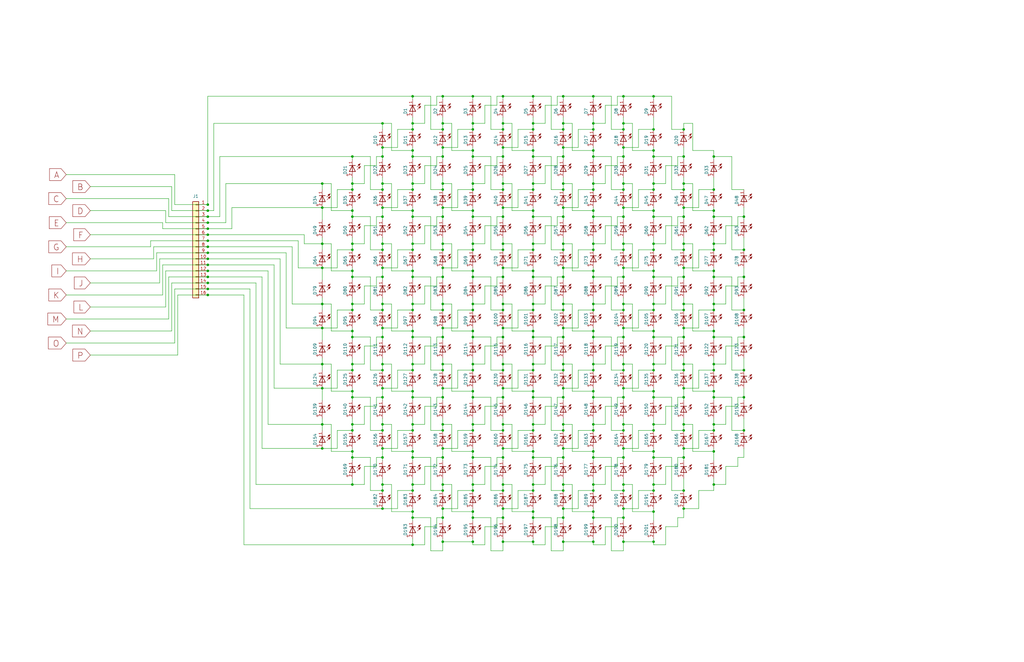
<source format=kicad_sch>
(kicad_sch (version 20250114) (generator "eeschema") (generator_version "9.0")
  (paper "User" 431.8 279.4)
  (junction (at 87.63 119.38))
  (junction (at 186.69 218.44))
  (junction (at 313.69 105.41))
  (junction (at 250.19 54.61))
  (junction (at 262.89 193.04))
  (junction (at 212.09 130.81))
  (junction (at 161.29 105.41))
  (junction (at 212.09 87.63))
  (junction (at 250.19 204.47))
  (junction (at 148.59 128.27))
  (junction (at 87.63 116.84))
  (junction (at 161.29 80.01))
  (junction (at 237.49 113.03))
  (junction (at 262.89 189.23))
  (junction (at 237.49 167.64))
  (junction (at 275.59 181.61))
  (junction (at 262.89 167.64))
  (junction (at 87.63 121.92))
  (junction (at 148.59 66.04))
  (junction (at 237.49 130.81))
  (junction (at 199.39 142.24))
  (junction (at 148.59 77.47))
  (junction (at 300.99 66.04))
  (junction (at 237.49 218.44))
  (junction (at 199.39 128.27))
  (junction (at 313.69 116.84))
  (junction (at 161.29 189.23))
  (junction (at 300.99 142.24))
  (junction (at 161.29 181.61))
  (junction (at 186.69 167.64))
  (junction (at 186.69 40.64))
  (junction (at 237.49 62.23))
  (junction (at 186.69 181.61))
  (junction (at 288.29 105.41))
  (junction (at 186.69 228.6))
  (junction (at 161.29 128.27))
  (junction (at 300.99 114.3))
  (junction (at 186.69 116.84))
  (junction (at 237.49 142.24))
  (junction (at 148.59 193.04))
  (junction (at 148.59 88.9))
  (junction (at 199.39 130.81))
  (junction (at 212.09 62.23))
  (junction (at 212.09 163.83))
  (junction (at 250.19 105.41))
  (junction (at 275.59 179.07))
  (junction (at 199.39 193.04))
  (junction (at 212.09 142.24))
  (junction (at 161.29 91.44))
  (junction (at 87.63 106.68))
  (junction (at 288.29 77.47))
  (junction (at 288.29 80.01))
  (junction (at 224.79 66.04))
  (junction (at 135.89 179.07))
  (junction (at 135.89 128.27))
  (junction (at 237.49 80.01))
  (junction (at 288.29 193.04))
  (junction (at 173.99 54.61))
  (junction (at 186.69 80.01))
  (junction (at 262.89 228.6))
  (junction (at 212.09 40.64))
  (junction (at 87.63 111.76))
  (junction (at 275.59 139.7))
  (junction (at 313.69 167.64))
  (junction (at 199.39 102.87))
  (junction (at 224.79 165.1))
  (junction (at 173.99 105.41))
  (junction (at 300.99 102.87))
  (junction (at 212.09 207.01))
  (junction (at 237.49 116.84))
  (junction (at 199.39 63.5))
  (junction (at 300.99 88.9))
  (junction (at 148.59 102.87))
  (junction (at 237.49 87.63))
  (junction (at 224.79 52.07))
  (junction (at 250.19 165.1))
  (junction (at 224.79 54.61))
  (junction (at 212.09 153.67))
  (junction (at 288.29 207.01))
  (junction (at 161.29 153.67))
  (junction (at 224.79 228.6))
  (junction (at 186.69 102.87))
  (junction (at 262.89 130.81))
  (junction (at 275.59 63.5))
  (junction (at 237.49 181.61))
  (junction (at 186.69 113.03))
  (junction (at 87.63 109.22))
  (junction (at 288.29 128.27))
  (junction (at 173.99 128.27))
  (junction (at 212.09 91.44))
  (junction (at 288.29 167.64))
  (junction (at 135.89 189.23))
  (junction (at 212.09 116.84))
  (junction (at 300.99 167.64))
  (junction (at 135.89 163.83))
  (junction (at 262.89 138.43))
  (junction (at 262.89 102.87))
  (junction (at 224.79 142.24))
  (junction (at 161.29 66.04))
  (junction (at 224.79 204.47))
  (junction (at 288.29 91.44))
  (junction (at 237.49 102.87))
  (junction (at 313.69 156.21))
  (junction (at 87.63 91.44))
  (junction (at 262.89 66.04))
  (junction (at 262.89 87.63))
  (junction (at 186.69 189.23))
  (junction (at 250.19 77.47))
  (junction (at 135.89 102.87))
  (junction (at 224.79 190.5))
  (junction (at 199.39 218.44))
  (junction (at 161.29 102.87))
  (junction (at 275.59 114.3))
  (junction (at 148.59 130.81))
  (junction (at 173.99 229.87))
  (junction (at 250.19 139.7))
  (junction (at 250.19 66.04))
  (junction (at 173.99 193.04))
  (junction (at 199.39 204.47))
  (junction (at 262.89 204.47))
  (junction (at 237.49 54.61))
  (junction (at 148.59 165.1))
  (junction (at 250.19 153.67))
  (junction (at 173.99 88.9))
  (junction (at 199.39 54.61))
  (junction (at 212.09 66.04))
  (junction (at 148.59 204.47))
  (junction (at 300.99 105.41))
  (junction (at 250.19 181.61))
  (junction (at 250.19 88.9))
  (junction (at 199.39 190.5))
  (junction (at 224.79 139.7))
  (junction (at 173.99 156.21))
  (junction (at 173.99 102.87))
  (junction (at 173.99 207.01))
  (junction (at 173.99 80.01))
  (junction (at 224.79 80.01))
  (junction (at 313.69 130.81))
  (junction (at 186.69 87.63))
  (junction (at 275.59 77.47))
  (junction (at 262.89 214.63))
  (junction (at 199.39 207.01))
  (junction (at 148.59 142.24))
  (junction (at 237.49 128.27))
  (junction (at 300.99 156.21))
  (junction (at 173.99 167.64))
  (junction (at 250.19 179.07))
  (junction (at 275.59 105.41))
  (junction (at 275.59 91.44))
  (junction (at 135.89 87.63))
  (junction (at 275.59 88.9))
  (junction (at 224.79 128.27))
  (junction (at 173.99 181.61))
  (junction (at 148.59 116.84))
  (junction (at 161.29 179.07))
  (junction (at 148.59 80.01))
  (junction (at 275.59 142.24))
  (junction (at 212.09 167.64))
  (junction (at 212.09 179.07))
  (junction (at 300.99 181.61))
  (junction (at 161.29 87.63))
  (junction (at 250.19 156.21))
  (junction (at 87.63 124.46))
  (junction (at 199.39 165.1))
  (junction (at 288.29 181.61))
  (junction (at 199.39 179.07))
  (junction (at 173.99 130.81))
  (junction (at 199.39 52.07))
  (junction (at 262.89 163.83))
  (junction (at 237.49 204.47))
  (junction (at 148.59 114.3))
  (junction (at 173.99 218.44))
  (junction (at 288.29 87.63))
  (junction (at 237.49 66.04))
  (junction (at 224.79 88.9))
  (junction (at 173.99 63.5))
  (junction (at 173.99 179.07))
  (junction (at 288.29 163.83))
  (junction (at 275.59 130.81))
  (junction (at 275.59 80.01))
  (junction (at 250.19 40.64))
  (junction (at 237.49 91.44))
  (junction (at 199.39 156.21))
  (junction (at 186.69 193.04))
  (junction (at 250.19 128.27))
  (junction (at 148.59 179.07))
  (junction (at 300.99 91.44))
  (junction (at 275.59 193.04))
  (junction (at 173.99 116.84))
  (junction (at 262.89 142.24))
  (junction (at 300.99 80.01))
  (junction (at 161.29 167.64))
  (junction (at 237.49 52.07))
  (junction (at 250.19 167.64))
  (junction (at 186.69 52.07))
  (junction (at 173.99 204.47))
  (junction (at 262.89 80.01))
  (junction (at 262.89 156.21))
  (junction (at 262.89 52.07))
  (junction (at 186.69 62.23))
  (junction (at 275.59 153.67))
  (junction (at 199.39 40.64))
  (junction (at 250.19 116.84))
  (junction (at 262.89 128.27))
  (junction (at 161.29 138.43))
  (junction (at 300.99 179.07))
  (junction (at 288.29 142.24))
  (junction (at 199.39 77.47))
  (junction (at 250.19 114.3))
  (junction (at 199.39 139.7))
  (junction (at 212.09 105.41))
  (junction (at 224.79 91.44))
  (junction (at 87.63 88.9))
  (junction (at 275.59 156.21))
  (junction (at 224.79 116.84))
  (junction (at 199.39 88.9))
  (junction (at 135.89 113.03))
  (junction (at 148.59 153.67))
  (junction (at 275.59 190.5))
  (junction (at 288.29 113.03))
  (junction (at 161.29 77.47))
  (junction (at 313.69 142.24))
  (junction (at 212.09 52.07))
  (junction (at 212.09 128.27))
  (junction (at 275.59 207.01))
  (junction (at 250.19 190.5))
  (junction (at 262.89 54.61))
  (junction (at 148.59 190.5))
  (junction (at 262.89 105.41))
  (junction (at 173.99 77.47))
  (junction (at 173.99 190.5))
  (junction (at 224.79 77.47))
  (junction (at 250.19 207.01))
  (junction (at 262.89 181.61))
  (junction (at 250.19 193.04))
  (junction (at 161.29 142.24))
  (junction (at 135.89 153.67))
  (junction (at 199.39 66.04))
  (junction (at 288.29 130.81))
  (junction (at 186.69 130.81))
  (junction (at 237.49 40.64))
  (junction (at 237.49 163.83))
  (junction (at 224.79 193.04))
  (junction (at 199.39 215.9))
  (junction (at 212.09 228.6))
  (junction (at 250.19 215.9))
  (junction (at 237.49 228.6))
  (junction (at 237.49 156.21))
  (junction (at 199.39 167.64))
  (junction (at 224.79 218.44))
  (junction (at 173.99 139.7))
  (junction (at 186.69 142.24))
  (junction (at 212.09 113.03))
  (junction (at 87.63 96.52))
  (junction (at 161.29 52.07))
  (junction (at 262.89 77.47))
  (junction (at 250.19 130.81))
  (junction (at 186.69 66.04))
  (junction (at 262.89 153.67))
  (junction (at 161.29 163.83))
  (junction (at 275.59 102.87))
  (junction (at 173.99 52.07))
  (junction (at 161.29 130.81))
  (junction (at 250.19 80.01))
  (junction (at 288.29 156.21))
  (junction (at 288.29 214.63))
  (junction (at 173.99 114.3))
  (junction (at 224.79 207.01))
  (junction (at 186.69 204.47))
  (junction (at 87.63 114.3))
  (junction (at 186.69 91.44))
  (junction (at 186.69 54.61))
  (junction (at 224.79 114.3))
  (junction (at 250.19 228.6))
  (junction (at 199.39 105.41))
  (junction (at 224.79 179.07))
  (junction (at 288.29 189.23))
  (junction (at 199.39 116.84))
  (junction (at 262.89 179.07))
  (junction (at 212.09 102.87))
  (junction (at 262.89 218.44))
  (junction (at 186.69 163.83))
  (junction (at 212.09 77.47))
  (junction (at 275.59 116.84))
  (junction (at 237.49 138.43))
  (junction (at 199.39 181.61))
  (junction (at 250.19 63.5))
  (junction (at 250.19 218.44))
  (junction (at 161.29 62.23))
  (junction (at 173.99 215.9))
  (junction (at 148.59 139.7))
  (junction (at 135.89 77.47))
  (junction (at 250.19 102.87))
  (junction (at 250.19 52.07))
  (junction (at 148.59 181.61))
  (junction (at 212.09 189.23))
  (junction (at 262.89 113.03))
  (junction (at 288.29 66.04))
  (junction (at 199.39 228.6))
  (junction (at 173.99 165.1))
  (junction (at 135.89 138.43))
  (junction (at 237.49 189.23))
  (junction (at 161.29 207.01))
  (junction (at 173.99 153.67))
  (junction (at 237.49 105.41))
  (junction (at 87.63 101.6))
  (junction (at 212.09 156.21))
  (junction (at 300.99 128.27))
  (junction (at 275.59 66.04))
  (junction (at 212.09 181.61))
  (junction (at 250.19 91.44))
  (junction (at 288.29 116.84))
  (junction (at 161.29 116.84))
  (junction (at 186.69 156.21))
  (junction (at 212.09 218.44))
  (junction (at 87.63 93.98))
  (junction (at 275.59 167.64))
  (junction (at 275.59 128.27))
  (junction (at 300.99 153.67))
  (junction (at 148.59 105.41))
  (junction (at 87.63 104.14))
  (junction (at 300.99 139.7))
  (junction (at 173.99 40.64))
  (junction (at 212.09 204.47))
  (junction (at 313.69 91.44))
  (junction (at 262.89 40.64))
  (junction (at 237.49 179.07))
  (junction (at 161.29 214.63))
  (junction (at 262.89 62.23))
  (junction (at 212.09 214.63))
  (junction (at 161.29 113.03))
  (junction (at 87.63 86.36))
  (junction (at 186.69 128.27))
  (junction (at 288.29 153.67))
  (junction (at 87.63 99.06))
  (junction (at 212.09 193.04))
  (junction (at 224.79 63.5))
  (junction (at 224.79 105.41))
  (junction (at 224.79 156.21))
  (junction (at 313.69 181.61))
  (junction (at 300.99 165.1))
  (junction (at 186.69 77.47))
  (junction (at 300.99 204.47))
  (junction (at 300.99 190.5))
  (junction (at 212.09 138.43))
  (junction (at 275.59 40.64))
  (junction (at 250.19 142.24))
  (junction (at 161.29 204.47))
  (junction (at 161.29 156.21))
  (junction (at 237.49 77.47))
  (junction (at 262.89 91.44))
  (junction (at 275.59 204.47))
  (junction (at 186.69 214.63))
  (junction (at 288.29 54.61))
  (junction (at 275.59 228.6))
  (junction (at 212.09 54.61))
  (junction (at 224.79 40.64))
  (junction (at 148.59 91.44))
  (junction (at 275.59 215.9))
  (junction (at 224.79 102.87))
  (junction (at 186.69 105.41))
  (junction (at 173.99 142.24))
  (junction (at 237.49 153.67))
  (junction (at 237.49 193.04))
  (junction (at 199.39 91.44))
  (junction (at 186.69 179.07))
  (junction (at 237.49 214.63))
  (junction (at 224.79 153.67))
  (junction (at 275.59 54.61))
  (junction (at 186.69 153.67))
  (junction (at 237.49 207.01))
  (junction (at 288.29 138.43))
  (junction (at 199.39 114.3))
  (junction (at 199.39 80.01))
  (junction (at 173.99 66.04))
  (junction (at 148.59 156.21))
  (junction (at 161.29 193.04))
  (junction (at 186.69 138.43))
  (junction (at 224.79 215.9))
  (junction (at 212.09 80.01))
  (junction (at 224.79 130.81))
  (junction (at 186.69 207.01))
  (junction (at 173.99 91.44))
  (junction (at 224.79 167.64))
  (junction (at 300.99 130.81))
  (junction (at 300.99 116.84))
  (junction (at 224.79 181.61))
  (junction (at 148.59 167.64))
  (junction (at 288.29 179.07))
  (junction (at 262.89 116.84))
  (junction (at 288.29 102.87))
  (junction (at 262.89 207.01))
  (junction (at 275.59 165.1))
  (junction (at 199.39 153.67))
  (wire (pts (xy 237.49 153.67) (xy 241.3 153.67)))
  (wire (pts (xy 250.19 49.53) (xy 250.19 52.07)))
  (wire (pts (xy 142.24 80.01) (xy 148.59 80.01)))
  (wire (pts (xy 257.81 218.44) (xy 257.81 232.41)))
  (wire (pts (xy 237.49 113.03) (xy 243.84 113.03)))
  (wire (pts (xy 275.59 190.5) (xy 275.59 193.04)))
  (wire (pts (xy 66.04 114.3) (xy 66.04 106.68)))
  (wire (pts (xy 283.21 66.04) (xy 275.59 66.04)))
  (wire (pts (xy 218.44 54.61) (xy 218.44 62.23)))
  (wire (pts (xy 250.19 62.23) (xy 250.19 63.5)))
  (wire (pts (xy 179.07 171.45) (xy 184.15 171.45)))
  (wire (pts (xy 283.21 54.61) (xy 288.29 54.61)))
  (wire (pts (xy 300.99 168.91) (xy 300.99 167.64)))
  (wire (pts (xy 232.41 105.41) (xy 237.49 105.41)))
  (wire (pts (xy 224.79 102.87) (xy 229.87 102.87)))
  (wire (pts (xy 215.9 190.5) (xy 224.79 190.5)))
  (wire (pts (xy 262.89 204.47) (xy 262.89 207.01)))
  (wire (pts (xy 148.59 118.11) (xy 148.59 116.84)))
  (wire (pts (xy 266.7 179.07) (xy 266.7 190.5)))
  (wire (pts (xy 204.47 146.05) (xy 209.55 146.05)))
  (wire (pts (xy 262.89 218.44) (xy 262.89 219.71)))
  (wire (pts (xy 179.07 153.67) (xy 179.07 146.05)))
  (wire (pts (xy 250.19 113.03) (xy 250.19 114.3)))
  (wire (pts (xy 156.21 193.04) (xy 156.21 207.01)))
  (wire (pts (xy 241.3 52.07) (xy 241.3 63.5)))
  (wire (pts (xy 173.99 74.93) (xy 173.99 77.47)))
  (wire (pts (xy 288.29 163.83) (xy 288.29 167.64)))
  (wire (pts (xy 199.39 139.7) (xy 199.39 142.24)))
  (wire (pts (xy 199.39 143.51) (xy 199.39 142.24)))
  (wire (pts (xy 241.3 153.67) (xy 241.3 165.1)))
  (wire (pts (xy 107.95 204.47) (xy 107.95 119.38)))
  (wire (pts (xy 186.69 102.87) (xy 190.5 102.87)))
  (wire (pts (xy 288.29 113.03) (xy 288.29 116.84)))
  (wire (pts (xy 260.35 95.25) (xy 260.35 91.44)))
  (wire (pts (xy 266.7 102.87) (xy 266.7 114.3)))
  (wire (pts (xy 27.94 144.78) (xy 73.66 144.78)))
  (wire (pts (xy 241.3 179.07) (xy 241.3 190.5)))
  (wire (pts (xy 283.21 193.04) (xy 283.21 207.01)))
  (wire (pts (xy 156.21 167.64) (xy 156.21 181.61)))
  (wire (pts (xy 294.64 181.61) (xy 294.64 189.23)))
  (wire (pts (xy 209.55 167.64) (xy 212.09 167.64)))
  (wire (pts (xy 156.21 167.64) (xy 148.59 167.64)))
  (wire (pts (xy 207.01 142.24) (xy 199.39 142.24)))
  (wire (pts (xy 229.87 95.25) (xy 234.95 95.25)))
  (wire (pts (xy 237.49 179.07) (xy 241.3 179.07)))
  (wire (pts (xy 165.1 204.47) (xy 165.1 215.9)))
  (wire (pts (xy 167.64 156.21) (xy 167.64 163.83)))
  (wire (pts (xy 87.63 40.64) (xy 87.63 86.36)))
  (wire (pts (xy 212.09 128.27) (xy 212.09 130.81)))
  (wire (pts (xy 97.79 87.63) (xy 97.79 96.52)))
  (wire (pts (xy 173.99 163.83) (xy 173.99 165.1)))
  (wire (pts (xy 199.39 194.31) (xy 199.39 193.04)))
  (wire (pts (xy 269.24 207.01) (xy 275.59 207.01)))
  (wire (pts (xy 250.19 219.71) (xy 250.19 218.44)))
  (wire (pts (xy 280.67 128.27) (xy 280.67 120.65)))
  (wire (pts (xy 38.1 109.22) (xy 64.77 109.22)))
  (wire (pts (xy 139.7 165.1) (xy 148.59 165.1)))
  (wire (pts (xy 224.79 92.71) (xy 224.79 91.44)))
  (wire (pts (xy 135.89 153.67) (xy 139.7 153.67)))
  (wire (pts (xy 260.35 120.65) (xy 260.35 116.84)))
  (wire (pts (xy 313.69 125.73) (xy 313.69 130.81)))
  (wire (pts (xy 184.15 193.04) (xy 186.69 193.04)))
  (wire (pts (xy 207.01 66.04) (xy 199.39 66.04)))
  (wire (pts (xy 294.64 105.41) (xy 294.64 113.03)))
  (wire (pts (xy 237.49 125.73) (xy 237.49 128.27)))
  (wire (pts (xy 224.79 168.91) (xy 224.79 167.64)))
  (wire (pts (xy 186.69 52.07) (xy 190.5 52.07)))
  (wire (pts (xy 161.29 74.93) (xy 161.29 77.47)))
  (wire (pts (xy 148.59 77.47) (xy 153.67 77.47)))
  (wire (pts (xy 255.27 222.25) (xy 260.35 222.25)))
  (wire (pts (xy 241.3 204.47) (xy 241.3 215.9)))
  (wire (pts (xy 199.39 63.5) (xy 199.39 66.04)))
  (wire (pts (xy 218.44 54.61) (xy 224.79 54.61)))
  (wire (pts (xy 173.99 77.47) (xy 179.07 77.47)))
  (wire (pts (xy 212.09 77.47) (xy 215.9 77.47)))
  (wire (pts (xy 237.49 228.6) (xy 250.19 228.6)))
  (wire (pts (xy 153.67 77.47) (xy 153.67 69.85)))
  (wire (pts (xy 181.61 40.64) (xy 173.99 40.64)))
  (wire (pts (xy 173.99 102.87) (xy 173.99 105.41)))
  (wire (pts (xy 199.39 113.03) (xy 199.39 114.3)))
  (wire (pts (xy 300.99 102.87) (xy 300.99 105.41)))
  (wire (pts (xy 209.55 218.44) (xy 212.09 218.44)))
  (wire (pts (xy 288.29 102.87) (xy 292.1 102.87)))
  (wire (pts (xy 288.29 128.27) (xy 288.29 130.81)))
  (wire (pts (xy 275.59 63.5) (xy 275.59 66.04)))
  (wire (pts (xy 161.29 100.33) (xy 161.29 102.87)))
  (wire (pts (xy 257.81 207.01) (xy 262.89 207.01)))
  (wire (pts (xy 237.49 100.33) (xy 237.49 102.87)))
  (wire (pts (xy 283.21 207.01) (xy 288.29 207.01)))
  (wire (pts (xy 123.19 104.14) (xy 87.63 104.14)))
  (wire (pts (xy 275.59 204.47) (xy 275.59 207.01)))
  (wire (pts (xy 262.89 128.27) (xy 262.89 130.81)))
  (wire (pts (xy 186.69 62.23) (xy 186.69 66.04)))
  (wire (pts (xy 283.21 91.44) (xy 275.59 91.44)))
  (wire (pts (xy 306.07 171.45) (xy 311.15 171.45)))
  (wire (pts (xy 148.59 153.67) (xy 148.59 156.21)))
  (wire (pts (xy 269.24 181.61) (xy 269.24 189.23)))
  (wire (pts (xy 275.59 74.93) (xy 275.59 77.47)))
  (wire (pts (xy 72.39 139.7) (xy 72.39 119.38)))
  (wire (pts (xy 123.19 128.27) (xy 123.19 104.14)))
  (wire (pts (xy 232.41 167.64) (xy 232.41 181.61)))
  (wire (pts (xy 167.64 105.41) (xy 167.64 113.03)))
  (wire (pts (xy 218.44 156.21) (xy 224.79 156.21)))
  (wire (pts (xy 161.29 138.43) (xy 167.64 138.43)))
  (wire (pts (xy 161.29 214.63) (xy 167.64 214.63)))
  (wire (pts (xy 193.04 207.01) (xy 193.04 214.63)))
  (wire (pts (xy 186.69 204.47) (xy 186.69 207.01)))
  (wire (pts (xy 153.67 171.45) (xy 158.75 171.45)))
  (wire (pts (xy 234.95 218.44) (xy 237.49 218.44)))
  (wire (pts (xy 212.09 163.83) (xy 218.44 163.83)))
  (wire (pts (xy 280.67 153.67) (xy 280.67 146.05)))
  (wire (pts (xy 186.69 102.87) (xy 186.69 105.41)))
  (wire (pts (xy 288.29 74.93) (xy 288.29 77.47)))
  (wire (pts (xy 161.29 113.03) (xy 167.64 113.03)))
  (wire (pts (xy 212.09 189.23) (xy 218.44 189.23)))
  (wire (pts (xy 212.09 77.47) (xy 212.09 80.01)))
  (wire (pts (xy 173.99 128.27) (xy 179.07 128.27)))
  (wire (pts (xy 306.07 95.25) (xy 311.15 95.25)))
  (wire (pts (xy 260.35 142.24) (xy 262.89 142.24)))
  (wire (pts (xy 266.7 88.9) (xy 275.59 88.9)))
  (wire (pts (xy 224.79 228.6) (xy 224.79 229.87)))
  (wire (pts (xy 257.81 80.01) (xy 262.89 80.01)))
  (wire (pts (xy 218.44 105.41) (xy 218.44 113.03)))
  (wire (pts (xy 266.7 215.9) (xy 275.59 215.9)))
  (wire (pts (xy 204.47 128.27) (xy 204.47 120.65)))
  (wire (pts (xy 306.07 196.85) (xy 311.15 196.85)))
  (wire (pts (xy 280.67 95.25) (xy 285.75 95.25)))
  (wire (pts (xy 190.5 114.3) (xy 199.39 114.3)))
  (wire (pts (xy 294.64 156.21) (xy 300.99 156.21)))
  (wire (pts (xy 262.89 179.07) (xy 266.7 179.07)))
  (wire (pts (xy 204.47 153.67) (xy 204.47 146.05)))
  (wire (pts (xy 234.95 193.04) (xy 237.49 193.04)))
  (wire (pts (xy 165.1 139.7) (xy 173.99 139.7)))
  (wire (pts (xy 237.49 218.44) (xy 237.49 219.71)))
  (wire (pts (xy 288.29 201.93) (xy 288.29 207.01)))
  (wire (pts (xy 115.57 111.76) (xy 87.63 111.76)))
  (wire (pts (xy 237.49 163.83) (xy 237.49 167.64)))
  (wire (pts (xy 181.61 218.44) (xy 181.61 232.41)))
  (wire (pts (xy 237.49 102.87) (xy 241.3 102.87)))
  (wire (pts (xy 190.5 204.47) (xy 190.5 215.9)))
  (wire (pts (xy 181.61 232.41) (xy 186.69 232.41)))
  (wire (pts (xy 184.15 44.45) (xy 184.15 40.64)))
  (wire (pts (xy 275.59 49.53) (xy 275.59 54.61)))
  (wire (pts (xy 173.99 67.31) (xy 173.99 66.04)))
  (wire (pts (xy 173.99 125.73) (xy 173.99 128.27)))
  (wire (pts (xy 232.41 232.41) (xy 237.49 232.41)))
  (wire (pts (xy 292.1 77.47) (xy 292.1 88.9)))
  (wire (pts (xy 300.99 201.93) (xy 300.99 204.47)))
  (wire (pts (xy 209.55 116.84) (xy 212.09 116.84)))
  (wire (pts (xy 63.5 101.6) (xy 87.63 101.6)))
  (wire (pts (xy 135.89 100.33) (xy 135.89 102.87)))
  (wire (pts (xy 294.64 80.01) (xy 300.99 80.01)))
  (wire (pts (xy 250.19 77.47) (xy 255.27 77.47)))
  (wire (pts (xy 232.41 142.24) (xy 232.41 156.21)))
  (wire (pts (xy 288.29 142.24) (xy 288.29 143.51)))
  (wire (pts (xy 237.49 87.63) (xy 237.49 91.44)))
  (wire (pts (xy 142.24 80.01) (xy 142.24 87.63)))
  (wire (pts (xy 224.79 219.71) (xy 224.79 218.44)))
  (wire (pts (xy 262.89 113.03) (xy 262.89 116.84)))
  (wire (pts (xy 243.84 130.81) (xy 250.19 130.81)))
  (wire (pts (xy 27.94 134.62) (xy 71.12 134.62)))
  (wire (pts (xy 161.29 128.27) (xy 165.1 128.27)))
  (wire (pts (xy 262.89 87.63) (xy 262.89 91.44)))
  (wire (pts (xy 69.85 114.3) (xy 69.85 129.54)))
  (wire (pts (xy 275.59 189.23) (xy 275.59 190.5)))
  (wire (pts (xy 95.25 93.98) (xy 87.63 93.98)))
  (wire (pts (xy 148.59 128.27) (xy 148.59 130.81)))
  (wire (pts (xy 250.19 163.83) (xy 250.19 165.1)))
  (wire (pts (xy 229.87 204.47) (xy 229.87 196.85)))
  (wire (pts (xy 148.59 176.53) (xy 148.59 179.07)))
  (wire (pts (xy 161.29 179.07) (xy 165.1 179.07)))
  (wire (pts (xy 135.89 138.43) (xy 142.24 138.43)))
  (wire (pts (xy 156.21 80.01) (xy 161.29 80.01)))
  (wire (pts (xy 311.15 95.25) (xy 311.15 91.44)))
  (wire (pts (xy 161.29 125.73) (xy 161.29 128.27)))
  (wire (pts (xy 250.19 227.33) (xy 250.19 228.6)))
  (wire (pts (xy 181.61 91.44) (xy 181.61 105.41)))
  (wire (pts (xy 68.58 96.52) (xy 87.63 96.52)))
  (wire (pts (xy 204.47 171.45) (xy 209.55 171.45)))
  (wire (pts (xy 212.09 179.07) (xy 215.9 179.07)))
  (wire (pts (xy 186.69 113.03) (xy 193.04 113.03)))
  (wire (pts (xy 288.29 52.07) (xy 292.1 52.07)))
  (wire (pts (xy 237.49 189.23) (xy 243.84 189.23)))
  (wire (pts (xy 207.01 181.61) (xy 212.09 181.61)))
  (wire (pts (xy 135.89 113.03) (xy 125.73 113.03)))
  (wire (pts (xy 212.09 193.04) (xy 212.09 194.31)))
  (wire (pts (xy 179.07 229.87) (xy 179.07 222.25)))
  (wire (pts (xy 262.89 91.44) (xy 262.89 92.71)))
  (wire (pts (xy 135.89 179.07) (xy 135.89 181.61)))
  (wire (pts (xy 285.75 91.44) (xy 288.29 91.44)))
  (wire (pts (xy 38.1 119.38) (xy 67.31 119.38)))
  (wire (pts (xy 306.07 179.07) (xy 306.07 171.45)))
  (wire (pts (xy 179.07 204.47) (xy 179.07 196.85)))
  (wire (pts (xy 115.57 163.83) (xy 115.57 111.76)))
  (wire (pts (xy 266.7 190.5) (xy 275.59 190.5)))
  (wire (pts (xy 257.81 116.84) (xy 250.19 116.84)))
  (wire (pts (xy 308.61 142.24) (xy 300.99 142.24)))
  (wire (pts (xy 193.04 181.61) (xy 199.39 181.61)))
  (wire (pts (xy 68.58 93.98) (xy 68.58 96.52)))
  (wire (pts (xy 212.09 87.63) (xy 212.09 91.44)))
  (wire (pts (xy 135.89 128.27) (xy 139.7 128.27)))
  (wire (pts (xy 292.1 165.1) (xy 300.99 165.1)))
  (wire (pts (xy 165.1 77.47) (xy 165.1 88.9)))
  (wire (pts (xy 161.29 102.87) (xy 161.29 105.41)))
  (wire (pts (xy 300.99 143.51) (xy 300.99 142.24)))
  (wire (pts (xy 190.5 88.9) (xy 199.39 88.9)))
  (wire (pts (xy 224.79 229.87) (xy 229.87 229.87)))
  (wire (pts (xy 262.89 228.6) (xy 275.59 228.6)))
  (wire (pts (xy 181.61 193.04) (xy 173.99 193.04)))
  (wire (pts (xy 173.99 204.47) (xy 173.99 207.01)))
  (wire (pts (xy 275.59 77.47) (xy 280.67 77.47)))
  (wire (pts (xy 148.59 128.27) (xy 153.67 128.27)))
  (wire (pts (xy 105.41 214.63) (xy 105.41 121.92)))
  (wire (pts (xy 161.29 91.44) (xy 161.29 92.71)))
  (wire (pts (xy 241.3 77.47) (xy 241.3 88.9)))
  (wire (pts (xy 142.24 105.41) (xy 148.59 105.41)))
  (wire (pts (xy 161.29 138.43) (xy 161.29 142.24)))
  (wire (pts (xy 288.29 116.84) (xy 288.29 118.11)))
  (wire (pts (xy 311.15 91.44) (xy 313.69 91.44)))
  (wire (pts (xy 161.29 87.63) (xy 167.64 87.63)))
  (wire (pts (xy 179.07 77.47) (xy 179.07 69.85)))
  (wire (pts (xy 148.59 66.04) (xy 92.71 66.04)))
  (wire (pts (xy 262.89 214.63) (xy 262.89 218.44)))
  (wire (pts (xy 262.89 49.53) (xy 262.89 52.07)))
  (wire (pts (xy 184.15 95.25) (xy 184.15 91.44)))
  (wire (pts (xy 255.27 44.45) (xy 260.35 44.45)))
  (wire (pts (xy 186.69 116.84) (xy 186.69 118.11)))
  (wire (pts (xy 255.27 77.47) (xy 255.27 69.85)))
  (wire (pts (xy 218.44 80.01) (xy 218.44 87.63)))
  (wire (pts (xy 193.04 80.01) (xy 199.39 80.01)))
  (wire (pts (xy 167.64 54.61) (xy 173.99 54.61)))
  (wire (pts (xy 135.89 138.43) (xy 120.65 138.43)))
  (wire (pts (xy 128.27 102.87) (xy 128.27 99.06)))
  (wire (pts (xy 186.69 153.67) (xy 190.5 153.67)))
  (wire (pts (xy 186.69 87.63) (xy 193.04 87.63)))
  (wire (pts (xy 262.89 100.33) (xy 262.89 102.87)))
  (wire (pts (xy 257.81 40.64) (xy 250.19 40.64)))
  (wire (pts (xy 311.15 167.64) (xy 313.69 167.64)))
  (wire (pts (xy 190.5 153.67) (xy 190.5 165.1)))
  (wire (pts (xy 285.75 120.65) (xy 285.75 116.84)))
  (wire (pts (xy 156.21 105.41) (xy 161.29 105.41)))
  (wire (pts (xy 161.29 201.93) (xy 161.29 204.47)))
  (wire (pts (xy 69.85 88.9) (xy 69.85 93.98)))
  (wire (pts (xy 262.89 52.07) (xy 266.7 52.07)))
  (wire (pts (xy 207.01 167.64) (xy 199.39 167.64)))
  (wire (pts (xy 190.5 102.87) (xy 190.5 114.3)))
  (wire (pts (xy 173.99 190.5) (xy 173.99 193.04)))
  (wire (pts (xy 135.89 138.43) (xy 135.89 143.51)))
  (wire (pts (xy 262.89 167.64) (xy 262.89 168.91)))
  (wire (pts (xy 199.39 165.1) (xy 199.39 167.64)))
  (wire (pts (xy 237.49 227.33) (xy 237.49 228.6)))
  (wire (pts (xy 308.61 105.41) (xy 313.69 105.41)))
  (wire (pts (xy 212.09 189.23) (xy 212.09 193.04)))
  (wire (pts (xy 224.79 77.47) (xy 229.87 77.47)))
  (wire (pts (xy 250.19 118.11) (xy 250.19 116.84)))
  (wire (pts (xy 262.89 52.07) (xy 262.89 54.61)))
  (wire (pts (xy 193.04 105.41) (xy 193.04 113.03)))
  (wire (pts (xy 161.29 116.84) (xy 161.29 118.11)))
  (wire (pts (xy 148.59 67.31) (xy 148.59 66.04)))
  (wire (pts (xy 262.89 40.64) (xy 262.89 41.91)))
  (wire (pts (xy 199.39 214.63) (xy 199.39 215.9)))
  (wire (pts (xy 209.55 196.85) (xy 209.55 193.04)))
  (wire (pts (xy 224.79 52.07) (xy 224.79 54.61)))
  (wire (pts (xy 250.19 189.23) (xy 250.19 190.5)))
  (wire (pts (xy 184.15 167.64) (xy 186.69 167.64)))
  (wire (pts (xy 135.89 163.83) (xy 115.57 163.83)))
  (wire (pts (xy 148.59 165.1) (xy 148.59 167.64)))
  (wire (pts (xy 288.29 77.47) (xy 292.1 77.47)))
  (wire (pts (xy 199.39 62.23) (xy 199.39 63.5)))
  (wire (pts (xy 181.61 91.44) (xy 173.99 91.44)))
  (wire (pts (xy 158.75 142.24) (xy 161.29 142.24)))
  (wire (pts (xy 139.7 114.3) (xy 148.59 114.3)))
  (wire (pts (xy 275.59 228.6) (xy 275.59 229.87)))
  (wire (pts (xy 224.79 88.9) (xy 224.79 91.44)))
  (wire (pts (xy 186.69 214.63) (xy 186.69 218.44)))
  (wire (pts (xy 313.69 87.63) (xy 313.69 91.44)))
  (wire (pts (xy 288.29 87.63) (xy 288.29 91.44)))
  (wire (pts (xy 204.47 95.25) (xy 209.55 95.25)))
  (wire (pts (xy 280.67 77.47) (xy 280.67 69.85)))
  (wire (pts (xy 135.89 125.73) (xy 135.89 128.27)))
  (wire (pts (xy 241.3 165.1) (xy 250.19 165.1)))
  (wire (pts (xy 313.69 176.53) (xy 313.69 181.61)))
  (wire (pts (xy 135.89 87.63) (xy 135.89 92.71)))
  (wire (pts (xy 237.49 189.23) (xy 237.49 193.04)))
  (wire (pts (xy 199.39 41.91) (xy 199.39 40.64)))
  (wire (pts (xy 107.95 119.38) (xy 87.63 119.38)))
  (wire (pts (xy 156.21 91.44) (xy 148.59 91.44)))
  (wire (pts (xy 139.7 139.7) (xy 148.59 139.7)))
  (wire (pts (xy 266.7 165.1) (xy 275.59 165.1)))
  (wire (pts (xy 199.39 67.31) (xy 199.39 66.04)))
  (wire (pts (xy 212.09 113.03) (xy 218.44 113.03)))
  (wire (pts (xy 74.93 124.46) (xy 87.63 124.46)))
  (wire (pts (xy 250.19 194.31) (xy 250.19 193.04)))
  (wire (pts (xy 199.39 49.53) (xy 199.39 52.07)))
  (wire (pts (xy 283.21 167.64) (xy 283.21 181.61)))
  (wire (pts (xy 266.7 128.27) (xy 266.7 139.7)))
  (wire (pts (xy 257.81 40.64) (xy 257.81 54.61)))
  (wire (pts (xy 241.3 139.7) (xy 250.19 139.7)))
  (wire (pts (xy 204.47 204.47) (xy 204.47 196.85)))
  (wire (pts (xy 224.79 176.53) (xy 224.79 179.07)))
  (wire (pts (xy 300.99 128.27) (xy 306.07 128.27)))
  (wire (pts (xy 306.07 153.67) (xy 306.07 146.05)))
  (wire (pts (xy 199.39 125.73) (xy 199.39 128.27)))
  (wire (pts (xy 135.89 176.53) (xy 135.89 179.07)))
  (wire (pts (xy 275.59 128.27) (xy 275.59 130.81)))
  (wire (pts (xy 237.49 40.64) (xy 250.19 40.64)))
  (wire (pts (xy 300.99 190.5) (xy 300.99 194.31)))
  (wire (pts (xy 257.81 105.41) (xy 262.89 105.41)))
  (wire (pts (xy 158.75 66.04) (xy 161.29 66.04)))
  (wire (pts (xy 135.89 179.07) (xy 113.03 179.07)))
  (wire (pts (xy 250.19 165.1) (xy 250.19 167.64)))
  (wire (pts (xy 275.59 100.33) (xy 275.59 102.87)))
  (wire (pts (xy 72.39 78.74) (xy 72.39 88.9)))
  (wire (pts (xy 306.07 204.47) (xy 306.07 196.85)))
  (wire (pts (xy 224.79 179.07) (xy 224.79 181.61)))
  (wire (pts (xy 232.41 80.01) (xy 237.49 80.01)))
  (wire (pts (xy 135.89 77.47) (xy 95.25 77.47)))
  (wire (pts (xy 173.99 138.43) (xy 173.99 139.7)))
  (wire (pts (xy 275.59 179.07) (xy 280.67 179.07)))
  (wire (pts (xy 158.75 69.85) (xy 158.75 66.04)))
  (wire (pts (xy 306.07 120.65) (xy 311.15 120.65)))
  (wire (pts (xy 275.59 143.51) (xy 275.59 142.24)))
  (wire (pts (xy 186.69 204.47) (xy 190.5 204.47)))
  (wire (pts (xy 199.39 179.07) (xy 204.47 179.07)))
  (wire (pts (xy 232.41 54.61) (xy 237.49 54.61)))
  (wire (pts (xy 190.5 128.27) (xy 190.5 139.7)))
  (wire (pts (xy 215.9 63.5) (xy 224.79 63.5)))
  (wire (pts (xy 250.19 190.5) (xy 250.19 193.04)))
  (wire (pts (xy 229.87 128.27) (xy 229.87 120.65)))
  (wire (pts (xy 186.69 142.24) (xy 186.69 143.51)))
  (wire (pts (xy 184.15 69.85) (xy 184.15 66.04)))
  (wire (pts (xy 161.29 102.87) (xy 165.1 102.87)))
  (wire (pts (xy 288.29 100.33) (xy 288.29 102.87)))
  (wire (pts (xy 288.29 179.07) (xy 288.29 181.61)))
  (wire (pts (xy 186.69 151.13) (xy 186.69 153.67)))
  (wire (pts (xy 204.47 229.87) (xy 204.47 222.25)))
  (wire (pts (xy 186.69 100.33) (xy 186.69 102.87)))
  (wire (pts (xy 212.09 218.44) (xy 212.09 219.71)))
  (wire (pts (xy 262.89 214.63) (xy 269.24 214.63)))
  (wire (pts (xy 179.07 179.07) (xy 179.07 171.45)))
  (wire (pts (xy 313.69 151.13) (xy 313.69 156.21)))
  (wire (pts (xy 215.9 179.07) (xy 215.9 190.5)))
  (wire (pts (xy 199.39 189.23) (xy 199.39 190.5)))
  (wire (pts (xy 243.84 156.21) (xy 250.19 156.21)))
  (wire (pts (xy 250.19 204.47) (xy 250.19 207.01)))
  (wire (pts (xy 153.67 69.85) (xy 158.75 69.85)))
  (wire (pts (xy 184.15 146.05) (xy 184.15 142.24)))
  (wire (pts (xy 186.69 218.44) (xy 186.69 219.71)))
  (wire (pts (xy 153.67 120.65) (xy 158.75 120.65)))
  (wire (pts (xy 173.99 114.3) (xy 173.99 116.84)))
  (wire (pts (xy 300.99 179.07) (xy 300.99 181.61)))
  (wire (pts (xy 280.67 102.87) (xy 280.67 95.25)))
  (wire (pts (xy 257.81 54.61) (xy 262.89 54.61)))
  (wire (pts (xy 237.49 201.93) (xy 237.49 204.47)))
  (wire (pts (xy 118.11 109.22) (xy 87.63 109.22)))
  (wire (pts (xy 199.39 87.63) (xy 199.39 88.9)))
  (wire (pts (xy 237.49 77.47) (xy 237.49 80.01)))
  (wire (pts (xy 118.11 153.67) (xy 118.11 109.22)))
  (wire (pts (xy 232.41 40.64) (xy 224.79 40.64)))
  (wire (pts (xy 153.67 102.87) (xy 153.67 95.25)))
  (wire (pts (xy 255.27 146.05) (xy 260.35 146.05)))
  (wire (pts (xy 266.7 114.3) (xy 275.59 114.3)))
  (wire (pts (xy 243.84 207.01) (xy 250.19 207.01)))
  (wire (pts (xy 179.07 69.85) (xy 184.15 69.85)))
  (wire (pts (xy 153.67 146.05) (xy 158.75 146.05)))
  (wire (pts (xy 255.27 95.25) (xy 260.35 95.25)))
  (wire (pts (xy 199.39 204.47) (xy 199.39 207.01)))
  (wire (pts (xy 179.07 95.25) (xy 184.15 95.25)))
  (wire (pts (xy 212.09 201.93) (xy 212.09 204.47)))
  (wire (pts (xy 173.99 165.1) (xy 173.99 167.64)))
  (wire (pts (xy 311.15 171.45) (xy 311.15 167.64)))
  (wire (pts (xy 285.75 218.44) (xy 288.29 218.44)))
  (wire (pts (xy 229.87 69.85) (xy 234.95 69.85)))
  (wire (pts (xy 275.59 201.93) (xy 275.59 204.47)))
  (wire (pts (xy 181.61 181.61) (xy 186.69 181.61)))
  (wire (pts (xy 232.41 181.61) (xy 237.49 181.61)))
  (wire (pts (xy 250.19 228.6) (xy 250.19 229.87)))
  (wire (pts (xy 237.49 214.63) (xy 243.84 214.63)))
  (wire (pts (xy 173.99 92.71) (xy 173.99 91.44)))
  (wire (pts (xy 250.19 92.71) (xy 250.19 91.44)))
  (wire (pts (xy 300.99 163.83) (xy 300.99 165.1)))
  (wire (pts (xy 280.67 196.85) (xy 285.75 196.85)))
  (wire (pts (xy 269.24 105.41) (xy 269.24 113.03)))
  (wire (pts (xy 165.1 153.67) (xy 165.1 165.1)))
  (wire (pts (xy 199.39 153.67) (xy 204.47 153.67)))
  (wire (pts (xy 212.09 40.64) (xy 224.79 40.64)))
  (wire (pts (xy 212.09 153.67) (xy 212.09 156.21)))
  (wire (pts (xy 224.79 41.91) (xy 224.79 40.64)))
  (wire (pts (xy 269.24 156.21) (xy 275.59 156.21)))
  (wire (pts (xy 71.12 83.82) (xy 71.12 91.44)))
  (wire (pts (xy 243.84 207.01) (xy 243.84 214.63)))
  (wire (pts (xy 148.59 201.93) (xy 148.59 204.47)))
  (wire (pts (xy 161.29 87.63) (xy 161.29 91.44)))
  (wire (pts (xy 237.49 74.93) (xy 237.49 77.47)))
  (wire (pts (xy 232.41 193.04) (xy 232.41 207.01)))
  (wire (pts (xy 250.19 114.3) (xy 250.19 116.84)))
  (wire (pts (xy 292.1 190.5) (xy 300.99 190.5)))
  (wire (pts (xy 283.21 66.04) (xy 283.21 80.01)))
  (wire (pts (xy 38.1 139.7) (xy 72.39 139.7)))
  (wire (pts (xy 173.99 41.91) (xy 173.99 40.64)))
  (wire (pts (xy 285.75 196.85) (xy 285.75 193.04)))
  (wire (pts (xy 69.85 114.3) (xy 87.63 114.3)))
  (wire (pts (xy 207.01 66.04) (xy 207.01 80.01)))
  (wire (pts (xy 262.89 201.93) (xy 262.89 204.47)))
  (wire (pts (xy 142.24 181.61) (xy 142.24 189.23)))
  (wire (pts (xy 257.81 193.04) (xy 257.81 207.01)))
  (wire (pts (xy 95.25 77.47) (xy 95.25 93.98)))
  (wire (pts (xy 262.89 189.23) (xy 269.24 189.23)))
  (wire (pts (xy 184.15 91.44) (xy 186.69 91.44)))
  (wire (pts (xy 161.29 163.83) (xy 161.29 167.64)))
  (wire (pts (xy 142.24 181.61) (xy 148.59 181.61)))
  (wire (pts (xy 215.9 102.87) (xy 215.9 114.3)))
  (wire (pts (xy 283.21 116.84) (xy 283.21 130.81)))
  (wire (pts (xy 148.59 204.47) (xy 153.67 204.47)))
  (wire (pts (xy 199.39 215.9) (xy 199.39 218.44)))
  (wire (pts (xy 68.58 111.76) (xy 87.63 111.76)))
  (wire (pts (xy 262.89 227.33) (xy 262.89 228.6)))
  (wire (pts (xy 102.87 124.46) (xy 87.63 124.46)))
  (wire (pts (xy 212.09 176.53) (xy 212.09 179.07)))
  (wire (pts (xy 209.55 69.85) (xy 209.55 66.04)))
  (wire (pts (xy 71.12 91.44) (xy 87.63 91.44)))
  (wire (pts (xy 262.89 189.23) (xy 262.89 193.04)))
  (wire (pts (xy 262.89 176.53) (xy 262.89 179.07)))
  (wire (pts (xy 262.89 113.03) (xy 269.24 113.03)))
  (wire (pts (xy 237.49 204.47) (xy 241.3 204.47)))
  (wire (pts (xy 212.09 142.24) (xy 212.09 143.51)))
  (wire (pts (xy 232.41 66.04) (xy 232.41 80.01)))
  (wire (pts (xy 285.75 142.24) (xy 288.29 142.24)))
  (wire (pts (xy 313.69 138.43) (xy 313.69 142.24)))
  (wire (pts (xy 218.44 105.41) (xy 224.79 105.41)))
  (wire (pts (xy 275.59 163.83) (xy 275.59 165.1)))
  (wire (pts (xy 224.79 163.83) (xy 224.79 165.1)))
  (wire (pts (xy 280.67 69.85) (xy 285.75 69.85)))
  (wire (pts (xy 199.39 179.07) (xy 199.39 181.61)))
  (wire (pts (xy 250.19 214.63) (xy 250.19 215.9)))
  (wire (pts (xy 204.47 222.25) (xy 209.55 222.25)))
  (wire (pts (xy 193.04 54.61) (xy 199.39 54.61)))
  (wire (pts (xy 229.87 120.65) (xy 234.95 120.65)))
  (wire (pts (xy 204.47 196.85) (xy 209.55 196.85)))
  (wire (pts (xy 165.1 63.5) (xy 173.99 63.5)))
  (wire (pts (xy 250.19 87.63) (xy 250.19 88.9)))
  (wire (pts (xy 158.75 196.85) (xy 158.75 193.04)))
  (wire (pts (xy 139.7 128.27) (xy 139.7 139.7)))
  (wire (pts (xy 232.41 142.24) (xy 224.79 142.24)))
  (wire (pts (xy 207.01 193.04) (xy 199.39 193.04)))
  (wire (pts (xy 275.59 214.63) (xy 275.59 215.9)))
  (wire (pts (xy 161.29 176.53) (xy 161.29 179.07)))
  (wire (pts (xy 161.29 142.24) (xy 161.29 143.51)))
  (wire (pts (xy 257.81 91.44) (xy 257.81 105.41)))
  (wire (pts (xy 250.19 102.87) (xy 250.19 105.41)))
  (wire (pts (xy 241.3 63.5) (xy 250.19 63.5)))
  (wire (pts (xy 257.81 91.44) (xy 250.19 91.44)))
  (wire (pts (xy 311.15 142.24) (xy 313.69 142.24)))
  (wire (pts (xy 190.5 190.5) (xy 199.39 190.5)))
  (wire (pts (xy 280.67 146.05) (xy 285.75 146.05)))
  (wire (pts (xy 139.7 102.87) (xy 139.7 114.3)))
  (wire (pts (xy 300.99 113.03) (xy 300.99 114.3)))
  (wire (pts (xy 186.69 167.64) (xy 186.69 168.91)))
  (wire (pts (xy 262.89 125.73) (xy 262.89 128.27)))
  (wire (pts (xy 237.49 66.04) (xy 237.49 67.31)))
  (wire (pts (xy 181.61 142.24) (xy 181.61 156.21)))
  (wire (pts (xy 234.95 120.65) (xy 234.95 116.84)))
  (wire (pts (xy 212.09 151.13) (xy 212.09 153.67)))
  (wire (pts (xy 292.1 88.9) (xy 300.99 88.9)))
  (wire (pts (xy 292.1 153.67) (xy 292.1 165.1)))
  (wire (pts (xy 280.67 120.65) (xy 285.75 120.65)))
  (wire (pts (xy 260.35 193.04) (xy 262.89 193.04)))
  (wire (pts (xy 27.94 73.66) (xy 73.66 73.66)))
  (wire (pts (xy 283.21 116.84) (xy 275.59 116.84)))
  (wire (pts (xy 232.41 156.21) (xy 237.49 156.21)))
  (wire (pts (xy 243.84 181.61) (xy 250.19 181.61)))
  (wire (pts (xy 173.99 189.23) (xy 173.99 190.5)))
  (wire (pts (xy 184.15 40.64) (xy 186.69 40.64)))
  (wire (pts (xy 181.61 116.84) (xy 173.99 116.84)))
  (wire (pts (xy 161.29 189.23) (xy 167.64 189.23)))
  (wire (pts (xy 142.24 156.21) (xy 148.59 156.21)))
  (wire (pts (xy 250.19 168.91) (xy 250.19 167.64)))
  (wire (pts (xy 234.95 142.24) (xy 237.49 142.24)))
  (wire (pts (xy 148.59 153.67) (xy 153.67 153.67)))
  (wire (pts (xy 243.84 105.41) (xy 250.19 105.41)))
  (wire (pts (xy 288.29 189.23) (xy 288.29 193.04)))
  (wire (pts (xy 262.89 62.23) (xy 269.24 62.23)))
  (wire (pts (xy 199.39 114.3) (xy 199.39 116.84)))
  (wire (pts (xy 153.67 196.85) (xy 158.75 196.85)))
  (wire (pts (xy 179.07 52.07) (xy 179.07 44.45)))
  (wire (pts (xy 186.69 77.47) (xy 186.69 80.01)))
  (wire (pts (xy 148.59 77.47) (xy 148.59 80.01)))
  (wire (pts (xy 193.04 156.21) (xy 199.39 156.21)))
  (wire (pts (xy 173.99 229.87) (xy 102.87 229.87)))
  (wire (pts (xy 173.99 168.91) (xy 173.99 167.64)))
  (wire (pts (xy 257.81 66.04) (xy 257.81 80.01)))
  (wire (pts (xy 74.93 124.46) (xy 74.93 149.86)))
  (wire (pts (xy 135.89 77.47) (xy 135.89 80.01)))
  (wire (pts (xy 308.61 116.84) (xy 308.61 130.81)))
  (wire (pts (xy 148.59 102.87) (xy 153.67 102.87)))
  (wire (pts (xy 308.61 91.44) (xy 300.99 91.44)))
  (wire (pts (xy 199.39 153.67) (xy 199.39 156.21)))
  (wire (pts (xy 285.75 167.64) (xy 288.29 167.64)))
  (wire (pts (xy 199.39 190.5) (xy 199.39 193.04)))
  (wire (pts (xy 266.7 63.5) (xy 275.59 63.5)))
  (wire (pts (xy 311.15 196.85) (xy 311.15 193.04)))
  (wire (pts (xy 148.59 102.87) (xy 148.59 105.41)))
  (wire (pts (xy 156.21 66.04) (xy 148.59 66.04)))
  (wire (pts (xy 266.7 77.47) (xy 266.7 88.9)))
  (wire (pts (xy 288.29 193.04) (xy 288.29 194.31)))
  (wire (pts (xy 262.89 228.6) (xy 262.89 232.41)))
  (wire (pts (xy 280.67 229.87) (xy 280.67 222.25)))
  (wire (pts (xy 190.5 139.7) (xy 199.39 139.7)))
  (wire (pts (xy 186.69 214.63) (xy 193.04 214.63)))
  (wire (pts (xy 181.61 167.64) (xy 173.99 167.64)))
  (wire (pts (xy 224.79 165.1) (xy 224.79 167.64)))
  (wire (pts (xy 27.94 124.46) (xy 68.58 124.46)))
  (wire (pts (xy 292.1 179.07) (xy 292.1 190.5)))
  (wire (pts (xy 266.7 204.47) (xy 266.7 215.9)))
  (wire (pts (xy 224.79 143.51) (xy 224.79 142.24)))
  (wire (pts (xy 294.64 105.41) (xy 300.99 105.41)))
  (wire (pts (xy 241.3 102.87) (xy 241.3 114.3)))
  (wire (pts (xy 300.99 74.93) (xy 300.99 80.01)))
  (wire (pts (xy 257.81 232.41) (xy 262.89 232.41)))
  (wire (pts (xy 212.09 74.93) (xy 212.09 77.47)))
  (wire (pts (xy 212.09 179.07) (xy 212.09 181.61)))
  (wire (pts (xy 179.07 120.65) (xy 184.15 120.65)))
  (wire (pts (xy 153.67 128.27) (xy 153.67 120.65)))
  (wire (pts (xy 212.09 125.73) (xy 212.09 128.27)))
  (wire (pts (xy 260.35 40.64) (xy 262.89 40.64)))
  (wire (pts (xy 308.61 80.01) (xy 313.69 80.01)))
  (wire (pts (xy 229.87 102.87) (xy 229.87 95.25)))
  (wire (pts (xy 300.99 100.33) (xy 300.99 102.87)))
  (wire (pts (xy 110.49 116.84) (xy 87.63 116.84)))
  (wire (pts (xy 125.73 101.6) (xy 87.63 101.6)))
  (wire (pts (xy 262.89 87.63) (xy 269.24 87.63)))
  (wire (pts (xy 139.7 153.67) (xy 139.7 165.1)))
  (wire (pts (xy 204.47 52.07) (xy 204.47 44.45)))
  (wire (pts (xy 207.01 142.24) (xy 207.01 156.21)))
  (wire (pts (xy 167.64 207.01) (xy 167.64 214.63)))
  (wire (pts (xy 139.7 190.5) (xy 148.59 190.5)))
  (wire (pts (xy 224.79 62.23) (xy 224.79 63.5)))
  (wire (pts (xy 186.69 40.64) (xy 186.69 41.91)))
  (wire (pts (xy 64.77 104.14) (xy 87.63 104.14)))
  (wire (pts (xy 207.01 40.64) (xy 199.39 40.64)))
  (wire (pts (xy 224.79 114.3) (xy 224.79 116.84)))
  (wire (pts (xy 209.55 44.45) (xy 209.55 40.64)))
  (wire (pts (xy 260.35 44.45) (xy 260.35 40.64)))
  (wire (pts (xy 204.47 179.07) (xy 204.47 171.45)))
  (wire (pts (xy 275.59 67.31) (xy 275.59 66.04)))
  (wire (pts (xy 184.15 120.65) (xy 184.15 116.84)))
  (wire (pts (xy 207.01 54.61) (xy 212.09 54.61)))
  (wire (pts (xy 243.84 156.21) (xy 243.84 163.83)))
  (wire (pts (xy 207.01 218.44) (xy 207.01 232.41)))
  (wire (pts (xy 275.59 88.9) (xy 275.59 91.44)))
  (wire (pts (xy 243.84 54.61) (xy 243.84 62.23)))
  (wire (pts (xy 243.84 181.61) (xy 243.84 189.23)))
  (wire (pts (xy 181.61 40.64) (xy 181.61 54.61)))
  (wire (pts (xy 148.59 138.43) (xy 148.59 139.7)))
  (wire (pts (xy 158.75 171.45) (xy 158.75 167.64)))
  (wire (pts (xy 224.79 201.93) (xy 224.79 204.47)))
  (wire (pts (xy 190.5 77.47) (xy 190.5 88.9)))
  (wire (pts (xy 161.29 193.04) (xy 161.29 194.31)))
  (wire (pts (xy 207.01 156.21) (xy 212.09 156.21)))
  (wire (pts (xy 186.69 228.6) (xy 186.69 232.41)))
  (wire (pts (xy 38.1 129.54) (xy 69.85 129.54)))
  (wire (pts (xy 215.9 165.1) (xy 224.79 165.1)))
  (wire (pts (xy 232.41 40.64) (xy 232.41 54.61)))
  (wire (pts (xy 207.01 91.44) (xy 199.39 91.44)))
  (wire (pts (xy 250.19 138.43) (xy 250.19 139.7)))
  (wire (pts (xy 148.59 88.9) (xy 148.59 91.44)))
  (wire (pts (xy 308.61 66.04) (xy 300.99 66.04)))
  (wire (pts (xy 229.87 229.87) (xy 229.87 222.25)))
  (wire (pts (xy 288.29 163.83) (xy 294.64 163.83)))
  (wire (pts (xy 142.24 156.21) (xy 142.24 163.83)))
  (wire (pts (xy 186.69 66.04) (xy 186.69 67.31)))
  (wire (pts (xy 186.69 227.33) (xy 186.69 228.6)))
  (wire (pts (xy 241.3 215.9) (xy 250.19 215.9)))
  (wire (pts (xy 255.27 120.65) (xy 260.35 120.65)))
  (wire (pts (xy 237.49 193.04) (xy 237.49 194.31)))
  (wire (pts (xy 285.75 171.45) (xy 285.75 167.64)))
  (wire (pts (xy 139.7 88.9) (xy 148.59 88.9)))
  (wire (pts (xy 64.77 109.22) (xy 64.77 104.14)))
  (wire (pts (xy 275.59 227.33) (xy 275.59 228.6)))
  (wire (pts (xy 224.79 153.67) (xy 224.79 156.21)))
  (wire (pts (xy 135.89 102.87) (xy 139.7 102.87)))
  (wire (pts (xy 167.64 156.21) (xy 173.99 156.21)))
  (wire (pts (xy 260.35 91.44) (xy 262.89 91.44)))
  (wire (pts (xy 262.89 102.87) (xy 266.7 102.87)))
  (wire (pts (xy 224.79 77.47) (xy 224.79 80.01)))
  (wire (pts (xy 173.99 214.63) (xy 173.99 215.9)))
  (wire (pts (xy 255.27 153.67) (xy 255.27 146.05)))
  (wire (pts (xy 275.59 62.23) (xy 275.59 63.5)))
  (wire (pts (xy 67.31 109.22) (xy 87.63 109.22)))
  (wire (pts (xy 311.15 146.05) (xy 311.15 142.24)))
  (wire (pts (xy 27.94 93.98) (xy 68.58 93.98)))
  (wire (pts (xy 232.41 116.84) (xy 232.41 130.81)))
  (wire (pts (xy 224.79 52.07) (xy 229.87 52.07)))
  (wire (pts (xy 262.89 151.13) (xy 262.89 153.67)))
  (wire (pts (xy 135.89 163.83) (xy 142.24 163.83)))
  (wire (pts (xy 156.21 156.21) (xy 161.29 156.21)))
  (wire (pts (xy 161.29 128.27) (xy 161.29 130.81)))
  (wire (pts (xy 215.9 215.9) (xy 224.79 215.9)))
  (wire (pts (xy 234.95 95.25) (xy 234.95 91.44)))
  (wire (pts (xy 300.99 125.73) (xy 300.99 128.27)))
  (wire (pts (xy 229.87 44.45) (xy 234.95 44.45)))
  (wire (pts (xy 266.7 52.07) (xy 266.7 63.5)))
  (wire (pts (xy 250.19 128.27) (xy 250.19 130.81)))
  (wire (pts (xy 193.04 207.01) (xy 199.39 207.01)))
  (wire (pts (xy 209.55 95.25) (xy 209.55 91.44)))
  (wire (pts (xy 275.59 176.53) (xy 275.59 179.07)))
  (wire (pts (xy 212.09 113.03) (xy 212.09 116.84)))
  (wire (pts (xy 313.69 113.03) (xy 313.69 116.84)))
  (wire (pts (xy 207.01 167.64) (xy 207.01 181.61)))
  (wire (pts (xy 181.61 156.21) (xy 186.69 156.21)))
  (wire (pts (xy 237.49 167.64) (xy 237.49 168.91)))
  (wire (pts (xy 125.73 113.03) (xy 125.73 101.6)))
  (wire (pts (xy 190.5 52.07) (xy 190.5 63.5)))
  (wire (pts (xy 215.9 153.67) (xy 215.9 165.1)))
  (wire (pts (xy 288.29 189.23) (xy 294.64 189.23)))
  (wire (pts (xy 288.29 138.43) (xy 294.64 138.43)))
  (wire (pts (xy 38.1 99.06) (xy 87.63 99.06)))
  (wire (pts (xy 285.75 116.84) (xy 288.29 116.84)))
  (wire (pts (xy 283.21 105.41) (xy 288.29 105.41)))
  (wire (pts (xy 184.15 222.25) (xy 184.15 218.44)))
  (wire (pts (xy 158.75 193.04) (xy 161.29 193.04)))
  (wire (pts (xy 229.87 179.07) (xy 229.87 171.45)))
  (wire (pts (xy 232.41 167.64) (xy 224.79 167.64)))
  (wire (pts (xy 262.89 62.23) (xy 262.89 66.04)))
  (wire (pts (xy 67.31 119.38) (xy 67.31 109.22)))
  (wire (pts (xy 255.27 52.07) (xy 255.27 44.45)))
  (wire (pts (xy 237.49 153.67) (xy 237.49 156.21)))
  (wire (pts (xy 250.19 143.51) (xy 250.19 142.24)))
  (wire (pts (xy 186.69 87.63) (xy 186.69 91.44)))
  (wire (pts (xy 283.21 156.21) (xy 288.29 156.21)))
  (wire (pts (xy 308.61 142.24) (xy 308.61 156.21)))
  (wire (pts (xy 193.04 130.81) (xy 193.04 138.43)))
  (wire (pts (xy 207.01 116.84) (xy 199.39 116.84)))
  (wire (pts (xy 38.1 88.9) (xy 69.85 88.9)))
  (wire (pts (xy 173.99 52.07) (xy 173.99 54.61)))
  (wire (pts (xy 292.1 128.27) (xy 292.1 139.7)))
  (wire (pts (xy 237.49 62.23) (xy 237.49 66.04)))
  (wire (pts (xy 148.59 194.31) (xy 148.59 193.04)))
  (wire (pts (xy 173.99 227.33) (xy 173.99 229.87)))
  (wire (pts (xy 237.49 49.53) (xy 237.49 52.07)))
  (wire (pts (xy 209.55 171.45) (xy 209.55 167.64)))
  (wire (pts (xy 148.59 204.47) (xy 107.95 204.47)))
  (wire (pts (xy 269.24 80.01) (xy 275.59 80.01)))
  (wire (pts (xy 161.29 214.63) (xy 105.41 214.63)))
  (wire (pts (xy 232.41 130.81) (xy 237.49 130.81)))
  (wire (pts (xy 275.59 114.3) (xy 275.59 116.84)))
  (wire (pts (xy 142.24 130.81) (xy 142.24 138.43)))
  (wire (pts (xy 250.19 201.93) (xy 250.19 204.47)))
  (wire (pts (xy 262.89 128.27) (xy 266.7 128.27)))
  (wire (pts (xy 224.79 214.63) (xy 224.79 215.9)))
  (wire (pts (xy 266.7 153.67) (xy 266.7 165.1)))
  (wire (pts (xy 237.49 128.27) (xy 241.3 128.27)))
  (wire (pts (xy 148.59 179.07) (xy 148.59 181.61)))
  (wire (pts (xy 283.21 167.64) (xy 275.59 167.64)))
  (wire (pts (xy 288.29 214.63) (xy 288.29 218.44)))
  (wire (pts (xy 209.55 91.44) (xy 212.09 91.44)))
  (wire (pts (xy 165.1 102.87) (xy 165.1 114.3)))
  (wire (pts (xy 212.09 62.23) (xy 218.44 62.23)))
  (wire (pts (xy 269.24 156.21) (xy 269.24 163.83)))
  (wire (pts (xy 209.55 142.24) (xy 212.09 142.24)))
  (wire (pts (xy 173.99 179.07) (xy 173.99 181.61)))
  (wire (pts (xy 212.09 87.63) (xy 218.44 87.63)))
  (wire (pts (xy 173.99 62.23) (xy 173.99 63.5)))
  (wire (pts (xy 186.69 193.04) (xy 186.69 194.31)))
  (wire (pts (xy 308.61 116.84) (xy 300.99 116.84)))
  (wire (pts (xy 308.61 66.04) (xy 308.61 80.01)))
  (wire (pts (xy 262.89 74.93) (xy 262.89 77.47)))
  (wire (pts (xy 300.99 189.23) (xy 300.99 190.5)))
  (wire (pts (xy 285.75 146.05) (xy 285.75 142.24)))
  (wire (pts (xy 313.69 163.83) (xy 313.69 167.64)))
  (wire (pts (xy 218.44 207.01) (xy 224.79 207.01)))
  (wire (pts (xy 74.93 149.86) (xy 38.1 149.86)))
  (wire (pts (xy 275.59 153.67) (xy 280.67 153.67)))
  (wire (pts (xy 153.67 95.25) (xy 158.75 95.25)))
  (wire (pts (xy 161.29 204.47) (xy 165.1 204.47)))
  (wire (pts (xy 212.09 214.63) (xy 212.09 218.44)))
  (wire (pts (xy 224.79 67.31) (xy 224.79 66.04)))
  (wire (pts (xy 179.07 222.25) (xy 184.15 222.25)))
  (wire (pts (xy 167.64 207.01) (xy 173.99 207.01)))
  (wire (pts (xy 275.59 139.7) (xy 275.59 142.24)))
  (wire (pts (xy 224.79 128.27) (xy 224.79 130.81)))
  (wire (pts (xy 262.89 153.67) (xy 266.7 153.67)))
  (wire (pts (xy 288.29 214.63) (xy 294.64 214.63)))
  (wire (pts (xy 212.09 138.43) (xy 218.44 138.43)))
  (wire (pts (xy 232.41 91.44) (xy 224.79 91.44)))
  (wire (pts (xy 234.95 222.25) (xy 234.95 218.44)))
  (wire (pts (xy 212.09 214.63) (xy 218.44 214.63)))
  (wire (pts (xy 199.39 128.27) (xy 199.39 130.81)))
  (wire (pts (xy 237.49 91.44) (xy 237.49 92.71)))
  (wire (pts (xy 250.19 215.9) (xy 250.19 218.44)))
  (wire (pts (xy 294.64 207.01) (xy 300.99 207.01)))
  (wire (pts (xy 165.1 128.27) (xy 165.1 139.7)))
  (wire (pts (xy 257.81 193.04) (xy 250.19 193.04)))
  (wire (pts (xy 250.19 229.87) (xy 255.27 229.87)))
  (wire (pts (xy 308.61 130.81) (xy 313.69 130.81)))
  (wire (pts (xy 73.66 73.66) (xy 73.66 86.36)))
  (wire (pts (xy 243.84 80.01) (xy 250.19 80.01)))
  (wire (pts (xy 135.89 102.87) (xy 135.89 105.41)))
  (wire (pts (xy 173.99 194.31) (xy 173.99 193.04)))
  (wire (pts (xy 186.69 128.27) (xy 186.69 130.81)))
  (wire (pts (xy 156.21 181.61) (xy 161.29 181.61)))
  (wire (pts (xy 262.89 138.43) (xy 262.89 142.24)))
  (wire (pts (xy 215.9 88.9) (xy 224.79 88.9)))
  (wire (pts (xy 199.39 229.87) (xy 204.47 229.87)))
  (wire (pts (xy 229.87 52.07) (xy 229.87 44.45)))
  (wire (pts (xy 262.89 179.07) (xy 262.89 181.61)))
  (wire (pts (xy 193.04 54.61) (xy 193.04 62.23)))
  (wire (pts (xy 181.61 80.01) (xy 186.69 80.01)))
  (wire (pts (xy 161.29 179.07) (xy 161.29 181.61)))
  (wire (pts (xy 135.89 151.13) (xy 135.89 153.67)))
  (wire (pts (xy 204.47 102.87) (xy 204.47 95.25)))
  (wire (pts (xy 102.87 229.87) (xy 102.87 124.46)))
  (wire (pts (xy 255.27 171.45) (xy 260.35 171.45)))
  (wire (pts (xy 288.29 138.43) (xy 288.29 142.24)))
  (wire (pts (xy 199.39 118.11) (xy 199.39 116.84)))
  (wire (pts (xy 224.79 138.43) (xy 224.79 139.7)))
  (wire (pts (xy 285.75 66.04) (xy 288.29 66.04)))
  (wire (pts (xy 199.39 102.87) (xy 204.47 102.87)))
  (wire (pts (xy 229.87 146.05) (xy 234.95 146.05)))
  (wire (pts (xy 234.95 69.85) (xy 234.95 66.04)))
  (wire (pts (xy 237.49 77.47) (xy 241.3 77.47)))
  (wire (pts (xy 232.41 193.04) (xy 224.79 193.04)))
  (wire (pts (xy 186.69 113.03) (xy 186.69 116.84)))
  (wire (pts (xy 292.1 114.3) (xy 300.99 114.3)))
  (wire (pts (xy 250.19 77.47) (xy 250.19 80.01)))
  (wire (pts (xy 243.84 130.81) (xy 243.84 138.43)))
  (wire (pts (xy 212.09 102.87) (xy 212.09 105.41)))
  (wire (pts (xy 266.7 139.7) (xy 275.59 139.7)))
  (wire (pts (xy 173.99 179.07) (xy 179.07 179.07)))
  (wire (pts (xy 280.67 179.07) (xy 280.67 171.45)))
  (wire (pts (xy 199.39 100.33) (xy 199.39 102.87)))
  (wire (pts (xy 288.29 102.87) (xy 288.29 105.41)))
  (wire (pts (xy 181.61 54.61) (xy 186.69 54.61)))
  (wire (pts (xy 300.99 63.5) (xy 300.99 66.04)))
  (wire (pts (xy 212.09 153.67) (xy 215.9 153.67)))
  (wire (pts (xy 288.29 167.64) (xy 288.29 168.91)))
  (wire (pts (xy 262.89 153.67) (xy 262.89 156.21)))
  (wire (pts (xy 190.5 63.5) (xy 199.39 63.5)))
  (wire (pts (xy 308.61 91.44) (xy 308.61 105.41)))
  (wire (pts (xy 165.1 114.3) (xy 173.99 114.3)))
  (wire (pts (xy 250.19 153.67) (xy 250.19 156.21)))
  (wire (pts (xy 237.49 228.6) (xy 237.49 232.41)))
  (wire (pts (xy 167.64 80.01) (xy 173.99 80.01)))
  (wire (pts (xy 186.69 163.83) (xy 193.04 163.83)))
  (wire (pts (xy 288.29 77.47) (xy 288.29 80.01)))
  (wire (pts (xy 142.24 105.41) (xy 142.24 113.03)))
  (wire (pts (xy 186.69 52.07) (xy 186.69 54.61)))
  (wire (pts (xy 69.85 93.98) (xy 87.63 93.98)))
  (wire (pts (xy 156.21 207.01) (xy 161.29 207.01)))
  (wire (pts (xy 209.55 66.04) (xy 212.09 66.04)))
  (wire (pts (xy 300.99 204.47) (xy 300.99 207.01)))
  (wire (pts (xy 313.69 142.24) (xy 313.69 143.51)))
  (wire (pts (xy 288.29 153.67) (xy 292.1 153.67)))
  (wire (pts (xy 275.59 215.9) (xy 275.59 219.71)))
  (wire (pts (xy 283.21 193.04) (xy 275.59 193.04)))
  (wire (pts (xy 173.99 151.13) (xy 173.99 153.67)))
  (wire (pts (xy 260.35 171.45) (xy 260.35 167.64)))
  (wire (pts (xy 156.21 142.24) (xy 148.59 142.24)))
  (wire (pts (xy 135.89 102.87) (xy 128.27 102.87)))
  (wire (pts (xy 181.61 218.44) (xy 173.99 218.44)))
  (wire (pts (xy 288.29 87.63) (xy 294.64 87.63)))
  (wire (pts (xy 184.15 66.04) (xy 186.69 66.04)))
  (wire (pts (xy 207.01 130.81) (xy 212.09 130.81)))
  (wire (pts (xy 161.29 77.47) (xy 165.1 77.47)))
  (wire (pts (xy 237.49 62.23) (xy 243.84 62.23)))
  (wire (pts (xy 153.67 153.67) (xy 153.67 146.05)))
  (wire (pts (xy 288.29 91.44) (xy 288.29 92.71)))
  (wire (pts (xy 135.89 189.23) (xy 110.49 189.23)))
  (wire (pts (xy 285.75 222.25) (xy 285.75 218.44)))
  (wire (pts (xy 38.1 78.74) (xy 72.39 78.74)))
  (wire (pts (xy 306.07 128.27) (xy 306.07 120.65)))
  (wire (pts (xy 156.21 116.84) (xy 156.21 130.81)))
  (wire (pts (xy 90.17 52.07) (xy 90.17 88.9)))
  (wire (pts (xy 209.55 222.25) (xy 209.55 218.44)))
  (wire (pts (xy 237.49 113.03) (xy 237.49 116.84)))
  (wire (pts (xy 173.99 176.53) (xy 173.99 179.07)))
  (wire (pts (xy 288.29 62.23) (xy 288.29 66.04)))
  (wire (pts (xy 165.1 190.5) (xy 173.99 190.5)))
  (wire (pts (xy 269.24 105.41) (xy 275.59 105.41)))
  (wire (pts (xy 199.39 163.83) (xy 199.39 165.1)))
  (wire (pts (xy 250.19 100.33) (xy 250.19 102.87)))
  (wire (pts (xy 262.89 193.04) (xy 262.89 194.31)))
  (wire (pts (xy 269.24 181.61) (xy 275.59 181.61)))
  (wire (pts (xy 232.41 116.84) (xy 224.79 116.84)))
  (wire (pts (xy 199.39 102.87) (xy 199.39 105.41)))
  (wire (pts (xy 156.21 116.84) (xy 148.59 116.84)))
  (wire (pts (xy 280.67 222.25) (xy 285.75 222.25)))
  (wire (pts (xy 224.79 215.9) (xy 224.79 218.44)))
  (wire (pts (xy 300.99 165.1) (xy 300.99 167.64)))
  (wire (pts (xy 260.35 218.44) (xy 262.89 218.44)))
  (wire (pts (xy 224.79 49.53) (xy 224.79 52.07)))
  (wire (pts (xy 229.87 153.67) (xy 229.87 146.05)))
  (wire (pts (xy 161.29 52.07) (xy 161.29 54.61)))
  (wire (pts (xy 209.55 40.64) (xy 212.09 40.64)))
  (wire (pts (xy 288.29 113.03) (xy 294.64 113.03)))
  (wire (pts (xy 186.69 179.07) (xy 186.69 181.61)))
  (wire (pts (xy 288.29 179.07) (xy 292.1 179.07)))
  (wire (pts (xy 224.79 194.31) (xy 224.79 193.04)))
  (wire (pts (xy 300.99 153.67) (xy 300.99 156.21)))
  (wire (pts (xy 207.01 193.04) (xy 207.01 207.01)))
  (wire (pts (xy 199.39 77.47) (xy 204.47 77.47)))
  (wire (pts (xy 283.21 91.44) (xy 283.21 105.41)))
  (wire (pts (xy 300.99 87.63) (xy 300.99 88.9)))
  (wire (pts (xy 209.55 193.04) (xy 212.09 193.04)))
  (wire (pts (xy 165.1 215.9) (xy 173.99 215.9)))
  (wire (pts (xy 224.79 128.27) (xy 229.87 128.27)))
  (wire (pts (xy 237.49 142.24) (xy 237.49 143.51)))
  (wire (pts (xy 234.95 167.64) (xy 237.49 167.64)))
  (wire (pts (xy 193.04 181.61) (xy 193.04 189.23)))
  (wire (pts (xy 161.29 153.67) (xy 165.1 153.67)))
  (wire (pts (xy 237.49 151.13) (xy 237.49 153.67)))
  (wire (pts (xy 181.61 66.04) (xy 181.61 80.01)))
  (wire (pts (xy 184.15 218.44) (xy 186.69 218.44)))
  (wire (pts (xy 250.19 176.53) (xy 250.19 179.07)))
  (wire (pts (xy 300.99 139.7) (xy 300.99 142.24)))
  (wire (pts (xy 207.01 40.64) (xy 207.01 54.61)))
  (wire (pts (xy 173.99 52.07) (xy 179.07 52.07)))
  (wire (pts (xy 250.19 67.31) (xy 250.19 66.04)))
  (wire (pts (xy 186.69 189.23) (xy 186.69 193.04)))
  (wire (pts (xy 148.59 151.13) (xy 148.59 153.67)))
  (wire (pts (xy 283.21 181.61) (xy 288.29 181.61)))
  (wire (pts (xy 209.55 120.65) (xy 209.55 116.84)))
  (wire (pts (xy 186.69 179.07) (xy 190.5 179.07)))
  (wire (pts (xy 173.99 219.71) (xy 173.99 218.44)))
  (wire (pts (xy 158.75 120.65) (xy 158.75 116.84)))
  (wire (pts (xy 260.35 69.85) (xy 260.35 66.04)))
  (wire (pts (xy 241.3 190.5) (xy 250.19 190.5)))
  (wire (pts (xy 269.24 80.01) (xy 269.24 87.63)))
  (wire (pts (xy 173.99 128.27) (xy 173.99 130.81)))
  (wire (pts (xy 229.87 222.25) (xy 234.95 222.25)))
  (wire (pts (xy 161.29 167.64) (xy 161.29 168.91)))
  (wire (pts (xy 215.9 52.07) (xy 215.9 63.5)))
  (wire (pts (xy 186.69 138.43) (xy 193.04 138.43)))
  (wire (pts (xy 224.79 118.11) (xy 224.79 116.84)))
  (wire (pts (xy 262.89 142.24) (xy 262.89 143.51)))
  (wire (pts (xy 224.79 179.07) (xy 229.87 179.07)))
  (wire (pts (xy 237.49 52.07) (xy 241.3 52.07)))
  (wire (pts (xy 199.39 138.43) (xy 199.39 139.7)))
  (wire (pts (xy 135.89 163.83) (xy 135.89 168.91)))
  (wire (pts (xy 148.59 163.83) (xy 148.59 165.1)))
  (wire (pts (xy 161.29 52.07) (xy 90.17 52.07)))
  (wire (pts (xy 148.59 143.51) (xy 148.59 142.24)))
  (wire (pts (xy 186.69 201.93) (xy 186.69 204.47)))
  (wire (pts (xy 156.21 130.81) (xy 161.29 130.81)))
  (wire (pts (xy 148.59 139.7) (xy 148.59 142.24)))
  (wire (pts (xy 224.79 125.73) (xy 224.79 128.27)))
  (wire (pts (xy 300.99 88.9) (xy 300.99 91.44)))
  (wire (pts (xy 224.79 139.7) (xy 224.79 142.24)))
  (wire (pts (xy 87.63 99.06) (xy 128.27 99.06)))
  (wire (pts (xy 92.71 66.04) (xy 92.71 91.44)))
  (wire (pts (xy 288.29 125.73) (xy 288.29 128.27)))
  (wire (pts (xy 212.09 100.33) (xy 212.09 102.87)))
  (wire (pts (xy 73.66 121.92) (xy 87.63 121.92)))
  (wire (pts (xy 161.29 52.07) (xy 165.1 52.07)))
  (wire (pts (xy 275.59 87.63) (xy 275.59 88.9)))
  (wire (pts (xy 294.64 156.21) (xy 294.64 163.83)))
  (wire (pts (xy 193.04 156.21) (xy 193.04 163.83)))
  (wire (pts (xy 262.89 77.47) (xy 266.7 77.47)))
  (wire (pts (xy 269.24 130.81) (xy 275.59 130.81)))
  (wire (pts (xy 135.89 113.03) (xy 135.89 118.11)))
  (wire (pts (xy 275.59 229.87) (xy 280.67 229.87)))
  (wire (pts (xy 275.59 77.47) (xy 275.59 80.01)))
  (wire (pts (xy 250.19 52.07) (xy 250.19 54.61)))
  (wire (pts (xy 173.99 87.63) (xy 173.99 88.9)))
  (wire (pts (xy 207.01 232.41) (xy 212.09 232.41)))
  (wire (pts (xy 173.99 118.11) (xy 173.99 116.84)))
  (wire (pts (xy 275.59 102.87) (xy 280.67 102.87)))
  (wire (pts (xy 158.75 91.44) (xy 161.29 91.44)))
  (wire (pts (xy 215.9 139.7) (xy 224.79 139.7)))
  (wire (pts (xy 135.89 179.07) (xy 139.7 179.07)))
  (wire (pts (xy 224.79 113.03) (xy 224.79 114.3)))
  (wire (pts (xy 275.59 153.67) (xy 275.59 156.21)))
  (wire (pts (xy 262.89 163.83) (xy 262.89 167.64)))
  (wire (pts (xy 262.89 40.64) (xy 275.59 40.64)))
  (wire (pts (xy 292.1 52.07) (xy 292.1 63.5)))
  (wire (pts (xy 173.99 204.47) (xy 179.07 204.47)))
  (wire (pts (xy 181.61 105.41) (xy 186.69 105.41)))
  (wire (pts (xy 262.89 77.47) (xy 262.89 80.01)))
  (wire (pts (xy 167.64 80.01) (xy 167.64 87.63)))
  (wire (pts (xy 190.5 165.1) (xy 199.39 165.1)))
  (wire (pts (xy 105.41 121.92) (xy 87.63 121.92)))
  (wire (pts (xy 204.47 69.85) (xy 209.55 69.85)))
  (wire (pts (xy 148.59 100.33) (xy 148.59 102.87)))
  (wire (pts (xy 72.39 119.38) (xy 87.63 119.38)))
  (wire (pts (xy 193.04 105.41) (xy 199.39 105.41)))
  (wire (pts (xy 250.19 151.13) (xy 250.19 153.67)))
  (wire (pts (xy 27.94 104.14) (xy 63.5 104.14)))
  (wire (pts (xy 280.67 204.47) (xy 280.67 196.85)))
  (wire (pts (xy 63.5 104.14) (xy 63.5 101.6)))
  (wire (pts (xy 161.29 153.67) (xy 161.29 156.21)))
  (wire (pts (xy 173.99 100.33) (xy 173.99 102.87)))
  (wire (pts (xy 199.39 52.07) (xy 199.39 54.61)))
  (wire (pts (xy 257.81 156.21) (xy 262.89 156.21)))
  (wire (pts (xy 184.15 116.84) (xy 186.69 116.84)))
  (wire (pts (xy 232.41 207.01) (xy 237.49 207.01)))
  (wire (pts (xy 237.49 138.43) (xy 243.84 138.43)))
  (wire (pts (xy 179.07 44.45) (xy 184.15 44.45)))
  (wire (pts (xy 275.59 41.91) (xy 275.59 40.64)))
  (wire (pts (xy 156.21 91.44) (xy 156.21 105.41)))
  (wire (pts (xy 306.07 102.87) (xy 306.07 95.25)))
  (wire (pts (xy 224.79 63.5) (xy 224.79 66.04)))
  (wire (pts (xy 294.64 207.01) (xy 294.64 214.63)))
  (wire (pts (xy 212.09 52.07) (xy 215.9 52.07)))
  (wire (pts (xy 250.19 179.07) (xy 255.27 179.07)))
  (wire (pts (xy 283.21 142.24) (xy 283.21 156.21)))
  (wire (pts (xy 313.69 91.44) (xy 313.69 92.71)))
  (wire (pts (xy 212.09 204.47) (xy 212.09 207.01)))
  (wire (pts (xy 190.5 215.9) (xy 199.39 215.9)))
  (wire (pts (xy 158.75 167.64) (xy 161.29 167.64)))
  (wire (pts (xy 212.09 116.84) (xy 212.09 118.11)))
  (wire (pts (xy 280.67 171.45) (xy 285.75 171.45)))
  (wire (pts (xy 167.64 130.81) (xy 167.64 138.43)))
  (wire (pts (xy 306.07 146.05) (xy 311.15 146.05)))
  (wire (pts (xy 224.79 102.87) (xy 224.79 105.41)))
  (wire (pts (xy 243.84 80.01) (xy 243.84 87.63)))
  (wire (pts (xy 300.99 204.47) (xy 306.07 204.47)))
  (wire (pts (xy 173.99 215.9) (xy 173.99 218.44)))
  (wire (pts (xy 313.69 189.23) (xy 313.69 193.04)))
  (wire (pts (xy 224.79 87.63) (xy 224.79 88.9)))
  (wire (pts (xy 135.89 153.67) (xy 118.11 153.67)))
  (wire (pts (xy 241.3 114.3) (xy 250.19 114.3)))
  (wire (pts (xy 262.89 204.47) (xy 266.7 204.47)))
  (wire (pts (xy 148.59 87.63) (xy 148.59 88.9)))
  (wire (pts (xy 142.24 130.81) (xy 148.59 130.81)))
  (wire (pts (xy 237.49 179.07) (xy 237.49 181.61)))
  (wire (pts (xy 199.39 128.27) (xy 204.47 128.27)))
  (wire (pts (xy 257.81 167.64) (xy 257.81 181.61)))
  (wire (pts (xy 212.09 204.47) (xy 215.9 204.47)))
  (wire (pts (xy 218.44 156.21) (xy 218.44 163.83)))
  (wire (pts (xy 294.64 130.81) (xy 294.64 138.43)))
  (wire (pts (xy 199.39 74.93) (xy 199.39 77.47)))
  (wire (pts (xy 135.89 77.47) (xy 139.7 77.47)))
  (wire (pts (xy 260.35 146.05) (xy 260.35 142.24)))
  (wire (pts (xy 234.95 91.44) (xy 237.49 91.44)))
  (wire (pts (xy 179.07 102.87) (xy 179.07 95.25)))
  (wire (pts (xy 153.67 204.47) (xy 153.67 196.85)))
  (wire (pts (xy 229.87 196.85) (xy 234.95 196.85)))
  (wire (pts (xy 218.44 130.81) (xy 218.44 138.43)))
  (wire (pts (xy 207.01 91.44) (xy 207.01 105.41)))
  (wire (pts (xy 288.29 52.07) (xy 288.29 54.61)))
  (wire (pts (xy 173.99 139.7) (xy 173.99 142.24)))
  (wire (pts (xy 215.9 128.27) (xy 215.9 139.7)))
  (wire (pts (xy 250.19 63.5) (xy 250.19 66.04)))
  (wire (pts (xy 161.29 151.13) (xy 161.29 153.67)))
  (wire (pts (xy 158.75 95.25) (xy 158.75 91.44)))
  (wire (pts (xy 250.19 139.7) (xy 250.19 142.24)))
  (wire (pts (xy 179.07 196.85) (xy 184.15 196.85)))
  (wire (pts (xy 224.79 227.33) (xy 224.79 228.6)))
  (wire (pts (xy 71.12 116.84) (xy 87.63 116.84)))
  (wire (pts (xy 308.61 156.21) (xy 313.69 156.21)))
  (wire (pts (xy 257.81 167.64) (xy 250.19 167.64)))
  (wire (pts (xy 173.99 153.67) (xy 173.99 156.21)))
  (wire (pts (xy 158.75 146.05) (xy 158.75 142.24)))
  (wire (pts (xy 285.75 193.04) (xy 288.29 193.04)))
  (wire (pts (xy 173.99 77.47) (xy 173.99 80.01)))
  (wire (pts (xy 275.59 118.11) (xy 275.59 116.84)))
  (wire (pts (xy 275.59 102.87) (xy 275.59 105.41)))
  (wire (pts (xy 173.99 49.53) (xy 173.99 52.07)))
  (wire (pts (xy 199.39 227.33) (xy 199.39 228.6)))
  (wire (pts (xy 165.1 52.07) (xy 165.1 63.5)))
  (wire (pts (xy 262.89 102.87) (xy 262.89 105.41)))
  (wire (pts (xy 215.9 77.47) (xy 215.9 88.9)))
  (wire (pts (xy 275.59 125.73) (xy 275.59 128.27)))
  (wire (pts (xy 73.66 86.36) (xy 87.63 86.36)))
  (wire (pts (xy 212.09 227.33) (xy 212.09 228.6)))
  (wire (pts (xy 148.59 189.23) (xy 148.59 190.5)))
  (wire (pts (xy 181.61 142.24) (xy 173.99 142.24)))
  (wire (pts (xy 292.1 63.5) (xy 300.99 63.5)))
  (wire (pts (xy 207.01 116.84) (xy 207.01 130.81)))
  (wire (pts (xy 288.29 66.04) (xy 288.29 67.31)))
  (wire (pts (xy 300.99 128.27) (xy 300.99 130.81)))
  (wire (pts (xy 212.09 91.44) (xy 212.09 92.71)))
  (wire (pts (xy 215.9 114.3) (xy 224.79 114.3)))
  (wire (pts (xy 257.81 66.04) (xy 250.19 66.04)))
  (wire (pts (xy 161.29 189.23) (xy 161.29 193.04)))
  (wire (pts (xy 313.69 116.84) (xy 313.69 118.11)))
  (wire (pts (xy 234.95 171.45) (xy 234.95 167.64)))
  (wire (pts (xy 179.07 128.27) (xy 179.07 120.65)))
  (wire (pts (xy 186.69 62.23) (xy 193.04 62.23)))
  (wire (pts (xy 232.41 218.44) (xy 224.79 218.44)))
  (wire (pts (xy 71.12 134.62) (xy 71.12 116.84)))
  (wire (pts (xy 250.19 52.07) (xy 255.27 52.07)))
  (wire (pts (xy 153.67 179.07) (xy 153.67 171.45)))
  (wire (pts (xy 300.99 118.11) (xy 300.99 116.84)))
  (wire (pts (xy 308.61 181.61) (xy 313.69 181.61)))
  (wire (pts (xy 199.39 88.9) (xy 199.39 91.44)))
  (wire (pts (xy 179.07 146.05) (xy 184.15 146.05)))
  (wire (pts (xy 224.79 74.93) (xy 224.79 77.47)))
  (wire (pts (xy 237.49 176.53) (xy 237.49 179.07)))
  (wire (pts (xy 212.09 228.6) (xy 212.09 232.41)))
  (wire (pts (xy 237.49 204.47) (xy 237.49 207.01)))
  (wire (pts (xy 181.61 66.04) (xy 173.99 66.04)))
  (wire (pts (xy 186.69 189.23) (xy 193.04 189.23)))
  (wire (pts (xy 292.1 102.87) (xy 292.1 114.3)))
  (wire (pts (xy 294.64 80.01) (xy 294.64 87.63)))
  (wire (pts (xy 260.35 116.84) (xy 262.89 116.84)))
  (wire (pts (xy 207.01 105.41) (xy 212.09 105.41)))
  (wire (pts (xy 92.71 91.44) (xy 87.63 91.44)))
  (wire (pts (xy 300.99 151.13) (xy 300.99 153.67)))
  (wire (pts (xy 283.21 80.01) (xy 288.29 80.01)))
  (wire (pts (xy 186.69 163.83) (xy 186.69 167.64)))
  (wire (pts (xy 199.39 219.71) (xy 199.39 218.44)))
  (wire (pts (xy 193.04 80.01) (xy 193.04 87.63)))
  (wire (pts (xy 257.81 142.24) (xy 250.19 142.24)))
  (wire (pts (xy 158.75 116.84) (xy 161.29 116.84)))
  (wire (pts (xy 292.1 139.7) (xy 300.99 139.7)))
  (wire (pts (xy 224.79 190.5) (xy 224.79 193.04)))
  (wire (pts (xy 237.49 214.63) (xy 237.49 218.44)))
  (wire (pts (xy 257.81 181.61) (xy 262.89 181.61)))
  (wire (pts (xy 269.24 130.81) (xy 269.24 138.43)))
  (wire (pts (xy 288.29 128.27) (xy 292.1 128.27)))
  (wire (pts (xy 135.89 87.63) (xy 97.79 87.63)))
  (wire (pts (xy 229.87 171.45) (xy 234.95 171.45)))
  (wire (pts (xy 234.95 44.45) (xy 234.95 40.64)))
  (wire (pts (xy 311.15 120.65) (xy 311.15 116.84)))
  (wire (pts (xy 161.29 62.23) (xy 161.29 66.04)))
  (wire (pts (xy 212.09 138.43) (xy 212.09 142.24)))
  (wire (pts (xy 66.04 106.68) (xy 87.63 106.68)))
  (wire (pts (xy 250.19 125.73) (xy 250.19 128.27)))
  (wire (pts (xy 135.89 113.03) (xy 142.24 113.03)))
  (wire (pts (xy 300.99 176.53) (xy 300.99 179.07)))
  (wire (pts (xy 300.99 138.43) (xy 300.99 139.7)))
  (wire (pts (xy 237.49 52.07) (xy 237.49 54.61)))
  (wire (pts (xy 27.94 83.82) (xy 71.12 83.82)))
  (wire (pts (xy 283.21 40.64) (xy 283.21 54.61)))
  (wire (pts (xy 260.35 196.85) (xy 260.35 193.04)))
  (wire (pts (xy 250.19 41.91) (xy 250.19 40.64)))
  (wire (pts (xy 199.39 176.53) (xy 199.39 179.07)))
  (wire (pts (xy 250.19 179.07) (xy 250.19 181.61)))
  (wire (pts (xy 300.99 114.3) (xy 300.99 116.84)))
  (wire (pts (xy 161.29 66.04) (xy 161.29 67.31)))
  (wire (pts (xy 257.81 116.84) (xy 257.81 130.81)))
  (wire (pts (xy 184.15 142.24) (xy 186.69 142.24)))
  (wire (pts (xy 165.1 165.1) (xy 173.99 165.1)))
  (wire (pts (xy 161.29 204.47) (xy 161.29 207.01)))
  (wire (pts (xy 285.75 95.25) (xy 285.75 91.44)))
  (wire (pts (xy 186.69 176.53) (xy 186.69 179.07)))
  (wire (pts (xy 90.17 88.9) (xy 87.63 88.9)))
  (wire (pts (xy 199.39 204.47) (xy 204.47 204.47)))
  (wire (pts (xy 212.09 40.64) (xy 212.09 41.91)))
  (wire (pts (xy 139.7 77.47) (xy 139.7 88.9)))
  (wire (pts (xy 68.58 124.46) (xy 68.58 111.76)))
  (wire (pts (xy 255.27 229.87) (xy 255.27 222.25)))
  (wire (pts (xy 165.1 88.9) (xy 173.99 88.9)))
  (wire (pts (xy 148.59 125.73) (xy 148.59 128.27)))
  (wire (pts (xy 300.99 153.67) (xy 306.07 153.67)))
  (wire (pts (xy 148.59 92.71) (xy 148.59 91.44)))
  (wire (pts (xy 255.27 196.85) (xy 260.35 196.85)))
  (wire (pts (xy 184.15 196.85) (xy 184.15 193.04)))
  (wire (pts (xy 250.19 204.47) (xy 255.27 204.47)))
  (wire (pts (xy 212.09 102.87) (xy 215.9 102.87)))
  (wire (pts (xy 224.79 189.23) (xy 224.79 190.5)))
  (wire (pts (xy 181.61 193.04) (xy 181.61 207.01)))
  (wire (pts (xy 199.39 228.6) (xy 199.39 229.87)))
  (wire (pts (xy 275.59 168.91) (xy 275.59 167.64)))
  (wire (pts (xy 73.66 144.78) (xy 73.66 121.92)))
  (wire (pts (xy 257.81 218.44) (xy 250.19 218.44)))
  (wire (pts (xy 300.99 67.31) (xy 300.99 66.04)))
  (wire (pts (xy 212.09 49.53) (xy 212.09 52.07)))
  (wire (pts (xy 269.24 54.61) (xy 269.24 62.23)))
  (wire (pts (xy 173.99 153.67) (xy 179.07 153.67)))
  (wire (pts (xy 215.9 204.47) (xy 215.9 215.9)))
  (wire (pts (xy 283.21 40.64) (xy 275.59 40.64)))
  (wire (pts (xy 148.59 114.3) (xy 148.59 116.84)))
  (wire (pts (xy 212.09 128.27) (xy 215.9 128.27)))
  (wire (pts (xy 234.95 116.84) (xy 237.49 116.84)))
  (wire (pts (xy 167.64 130.81) (xy 173.99 130.81)))
  (wire (pts (xy 167.64 181.61) (xy 167.64 189.23)))
  (wire (pts (xy 260.35 66.04) (xy 262.89 66.04)))
  (wire (pts (xy 288.29 151.13) (xy 288.29 153.67)))
  (wire (pts (xy 250.19 153.67) (xy 255.27 153.67)))
  (wire (pts (xy 224.79 204.47) (xy 229.87 204.47)))
  (wire (pts (xy 237.49 163.83) (xy 243.84 163.83)))
  (wire (pts (xy 212.09 167.64) (xy 212.09 168.91)))
  (wire (pts (xy 224.79 151.13) (xy 224.79 153.67)))
  (wire (pts (xy 199.39 92.71) (xy 199.39 91.44)))
  (wire (pts (xy 135.89 87.63) (xy 142.24 87.63)))
  (wire (pts (xy 255.27 69.85) (xy 260.35 69.85)))
  (wire (pts (xy 283.21 130.81) (xy 288.29 130.81)))
  (wire (pts (xy 186.69 228.6) (xy 199.39 228.6)))
  (wire (pts (xy 135.89 153.67) (xy 135.89 156.21)))
  (wire (pts (xy 275.59 128.27) (xy 280.67 128.27)))
  (wire (pts (xy 181.61 207.01) (xy 186.69 207.01)))
  (wire (pts (xy 173.99 40.64) (xy 87.63 40.64)))
  (wire (pts (xy 250.19 128.27) (xy 255.27 128.27)))
  (wire (pts (xy 313.69 167.64) (xy 313.69 168.91)))
  (wire (pts (xy 255.27 204.47) (xy 255.27 196.85)))
  (wire (pts (xy 173.99 113.03) (xy 173.99 114.3)))
  (wire (pts (xy 257.81 130.81) (xy 262.89 130.81)))
  (wire (pts (xy 173.99 229.87) (xy 179.07 229.87)))
  (wire (pts (xy 173.99 143.51) (xy 173.99 142.24)))
  (wire (pts (xy 186.69 125.73) (xy 186.69 128.27)))
  (wire (pts (xy 294.64 130.81) (xy 300.99 130.81)))
  (wire (pts (xy 237.49 87.63) (xy 243.84 87.63)))
  (wire (pts (xy 148.59 190.5) (xy 148.59 193.04)))
  (wire (pts (xy 199.39 52.07) (xy 204.47 52.07)))
  (wire (pts (xy 275.59 92.71) (xy 275.59 91.44)))
  (wire (pts (xy 184.15 171.45) (xy 184.15 167.64)))
  (wire (pts (xy 275.59 151.13) (xy 275.59 153.67)))
  (wire (pts (xy 250.19 102.87) (xy 255.27 102.87)))
  (wire (pts (xy 148.59 168.91) (xy 148.59 167.64)))
  (wire (pts (xy 237.49 102.87) (xy 237.49 105.41)))
  (wire (pts (xy 199.39 77.47) (xy 199.39 80.01)))
  (wire (pts (xy 181.61 167.64) (xy 181.61 181.61)))
  (wire (pts (xy 300.99 102.87) (xy 306.07 102.87)))
  (wire (pts (xy 135.89 128.27) (xy 135.89 130.81)))
  (wire (pts (xy 275.59 194.31) (xy 275.59 193.04)))
  (wire (pts (xy 218.44 181.61) (xy 218.44 189.23)))
  (wire (pts (xy 241.3 88.9) (xy 250.19 88.9)))
  (wire (pts (xy 243.84 105.41) (xy 243.84 113.03)))
  (wire (pts (xy 257.81 142.24) (xy 257.81 156.21)))
  (wire (pts (xy 186.69 77.47) (xy 190.5 77.47)))
  (wire (pts (xy 209.55 146.05) (xy 209.55 142.24)))
  (wire (pts (xy 113.03 114.3) (xy 87.63 114.3)))
  (wire (pts (xy 148.59 74.93) (xy 148.59 77.47)))
  (wire (pts (xy 135.89 189.23) (xy 142.24 189.23)))
  (wire (pts (xy 148.59 179.07) (xy 153.67 179.07)))
  (wire (pts (xy 224.79 204.47) (xy 224.79 207.01)))
  (wire (pts (xy 181.61 116.84) (xy 181.61 130.81)))
  (wire (pts (xy 186.69 153.67) (xy 186.69 156.21)))
  (wire (pts (xy 275.59 113.03) (xy 275.59 114.3)))
  (wire (pts (xy 234.95 66.04) (xy 237.49 66.04)))
  (wire (pts (xy 113.03 179.07) (xy 113.03 114.3)))
  (wire (pts (xy 186.69 138.43) (xy 186.69 142.24)))
  (wire (pts (xy 237.49 116.84) (xy 237.49 118.11)))
  (wire (pts (xy 275.59 138.43) (xy 275.59 139.7)))
  (wire (pts (xy 260.35 222.25) (xy 260.35 218.44)))
  (wire (pts (xy 218.44 130.81) (xy 224.79 130.81)))
  (wire (pts (xy 262.89 116.84) (xy 262.89 118.11)))
  (wire (pts (xy 269.24 54.61) (xy 275.59 54.61)))
  (wire (pts (xy 186.69 49.53) (xy 186.69 52.07)))
  (wire (pts (xy 181.61 130.81) (xy 186.69 130.81)))
  (wire (pts (xy 186.69 91.44) (xy 186.69 92.71)))
  (wire (pts (xy 262.89 66.04) (xy 262.89 67.31)))
  (wire (pts (xy 27.94 114.3) (xy 66.04 114.3)))
  (wire (pts (xy 285.75 69.85) (xy 285.75 66.04)))
  (wire (pts (xy 173.99 63.5) (xy 173.99 66.04)))
  (wire (pts (xy 165.1 179.07) (xy 165.1 190.5)))
  (wire (pts (xy 269.24 207.01) (xy 269.24 214.63)))
  (wire (pts (xy 311.15 193.04) (xy 313.69 193.04)))
  (wire (pts (xy 120.65 138.43) (xy 120.65 106.68)))
  (wire (pts (xy 148.59 113.03) (xy 148.59 114.3)))
  (wire (pts (xy 234.95 196.85) (xy 234.95 193.04)))
  (wire (pts (xy 161.29 113.03) (xy 161.29 116.84)))
  (wire (pts (xy 207.01 218.44) (xy 199.39 218.44)))
  (wire (pts (xy 186.69 40.64) (xy 199.39 40.64)))
  (wire (pts (xy 288.29 176.53) (xy 288.29 179.07)))
  (wire (pts (xy 199.39 168.91) (xy 199.39 167.64)))
  (wire (pts (xy 207.01 80.01) (xy 212.09 80.01)))
  (wire (pts (xy 218.44 181.61) (xy 224.79 181.61)))
  (wire (pts (xy 255.27 102.87) (xy 255.27 95.25)))
  (wire (pts (xy 161.29 77.47) (xy 161.29 80.01)))
  (wire (pts (xy 193.04 130.81) (xy 199.39 130.81)))
  (wire (pts (xy 229.87 77.47) (xy 229.87 69.85)))
  (wire (pts (xy 173.99 102.87) (xy 179.07 102.87)))
  (wire (pts (xy 156.21 142.24) (xy 156.21 156.21)))
  (wire (pts (xy 232.41 66.04) (xy 224.79 66.04)))
  (wire (pts (xy 275.59 165.1) (xy 275.59 167.64)))
  (wire (pts (xy 224.79 100.33) (xy 224.79 102.87)))
  (wire (pts (xy 135.89 128.27) (xy 123.19 128.27)))
  (wire (pts (xy 212.09 228.6) (xy 224.79 228.6)))
  (wire (pts (xy 204.47 44.45) (xy 209.55 44.45)))
  (wire (pts (xy 250.19 74.93) (xy 250.19 77.47)))
  (wire (pts (xy 275.59 204.47) (xy 280.67 204.47)))
  (wire (pts (xy 218.44 207.01) (xy 218.44 214.63)))
  (wire (pts (xy 283.21 142.24) (xy 275.59 142.24)))
  (wire (pts (xy 288.29 153.67) (xy 288.29 156.21)))
  (wire (pts (xy 234.95 40.64) (xy 237.49 40.64)))
  (wire (pts (xy 212.09 62.23) (xy 212.09 66.04)))
  (wire (pts (xy 212.09 163.83) (xy 212.09 167.64)))
  (wire (pts (xy 243.84 54.61) (xy 250.19 54.61)))
  (wire (pts (xy 212.09 52.07) (xy 212.09 54.61)))
  (wire (pts (xy 300.99 179.07) (xy 306.07 179.07)))
  (wire (pts (xy 218.44 80.01) (xy 224.79 80.01)))
  (wire (pts (xy 294.64 181.61) (xy 300.99 181.61)))
  (wire (pts (xy 204.47 120.65) (xy 209.55 120.65)))
  (wire (pts (xy 241.3 128.27) (xy 241.3 139.7)))
  (wire (pts (xy 255.27 179.07) (xy 255.27 171.45)))
  (wire (pts (xy 300.99 92.71) (xy 300.99 91.44)))
  (wire (pts (xy 72.39 88.9) (xy 87.63 88.9)))
  (wire (pts (xy 156.21 66.04) (xy 156.21 80.01)))
  (wire (pts (xy 207.01 207.01) (xy 212.09 207.01)))
  (wire (pts (xy 199.39 201.93) (xy 199.39 204.47)))
  (wire (pts (xy 167.64 54.61) (xy 167.64 62.23)))
  (wire (pts (xy 260.35 167.64) (xy 262.89 167.64)))
  (wire (pts (xy 308.61 167.64) (xy 300.99 167.64)))
  (wire (pts (xy 199.39 151.13) (xy 199.39 153.67)))
  (wire (pts (xy 97.79 96.52) (xy 87.63 96.52)))
  (wire (pts (xy 156.21 193.04) (xy 148.59 193.04)))
  (wire (pts (xy 262.89 163.83) (xy 269.24 163.83)))
  (wire (pts (xy 237.49 128.27) (xy 237.49 130.81)))
  (wire (pts (xy 224.79 153.67) (xy 229.87 153.67)))
  (wire (pts (xy 232.41 91.44) (xy 232.41 105.41)))
  (wire (pts (xy 139.7 179.07) (xy 139.7 190.5)))
  (wire (pts (xy 204.47 77.47) (xy 204.47 69.85)))
  (wire (pts (xy 167.64 105.41) (xy 173.99 105.41)))
  (wire (pts (xy 255.27 128.27) (xy 255.27 120.65)))
  (wire (pts (xy 190.5 179.07) (xy 190.5 190.5)))
  (wire (pts (xy 212.09 66.04) (xy 212.09 67.31)))
  (wire (pts (xy 87.63 106.68) (xy 120.65 106.68)))
  (wire (pts (xy 186.69 74.93) (xy 186.69 77.47)))
  (wire (pts (xy 237.49 40.64) (xy 237.49 41.91)))
  (wire (pts (xy 161.29 163.83) (xy 167.64 163.83)))
  (wire (pts (xy 311.15 116.84) (xy 313.69 116.84)))
  (wire (pts (xy 313.69 100.33) (xy 313.69 105.41)))
  (wire (pts (xy 275.59 179.07) (xy 275.59 181.61)))
  (wire (pts (xy 161.29 62.23) (xy 167.64 62.23)))
  (wire (pts (xy 173.99 88.9) (xy 173.99 91.44)))
  (wire (pts (xy 173.99 201.93) (xy 173.99 204.47)))
  (wire (pts (xy 250.19 88.9) (xy 250.19 91.44)))
  (wire (pts (xy 167.64 181.61) (xy 173.99 181.61)))
  (wire (pts (xy 308.61 167.64) (xy 308.61 181.61)))
  (wire (pts (xy 234.95 146.05) (xy 234.95 142.24)))
  (wire (pts (xy 186.69 128.27) (xy 190.5 128.27)))
  (wire (pts (xy 110.49 189.23) (xy 110.49 116.84)))
  (wire (pts (xy 232.41 218.44) (xy 232.41 232.41)))
  (wire (pts (xy 237.49 138.43) (xy 237.49 142.24)))
  (wire (pts (xy 262.89 138.43) (xy 269.24 138.43)))
  (global_label "D" (shape input) (at 38.1 88.9 180) (effects (font (size 2.54 2.54))) (property "Intersheetrefs" "${INTERSHEET_REFS}" (effects (hide yes))))
  (global_label "O" (shape input) (at 27.94 144.78 180) (effects (font (size 2.54 2.54))) (property "Intersheetrefs" "${INTERSHEET_REFS}" (effects (hide yes))))
  (global_label "C" (shape input) (at 27.94 83.82 180) (effects (font (size 2.54 2.54))) (property "Intersheetrefs" "${INTERSHEET_REFS}" (effects (hide yes))))
  (global_label "M" (shape input) (at 27.94 134.62 180) (effects (font (size 2.54 2.54))) (property "Intersheetrefs" "${INTERSHEET_REFS}" (effects (hide yes))))
  (global_label "L" (shape input) (at 38.1 129.54 180) (effects (font (size 2.54 2.54))) (property "Intersheetrefs" "${INTERSHEET_REFS}" (effects (hide yes))))
  (global_label "B" (shape input) (at 38.1 78.74 180) (effects (font (size 2.54 2.54))) (property "Intersheetrefs" "${INTERSHEET_REFS}" (effects (hide yes))))
  (global_label "F" (shape input) (at 38.1 99.06 180) (effects (font (size 2.54 2.54))) (property "Intersheetrefs" "${INTERSHEET_REFS}" (effects (hide yes))))
  (global_label "J" (shape input) (at 38.1 119.38 180) (effects (font (size 2.54 2.54))) (property "Intersheetrefs" "${INTERSHEET_REFS}" (effects (hide yes))))
  (global_label "E" (shape input) (at 27.94 93.98 180) (effects (font (size 2.54 2.54))) (property "Intersheetrefs" "${INTERSHEET_REFS}" (effects (hide yes))))
  (global_label "A" (shape input) (at 27.94 73.66 180) (effects (font (size 2.54 2.54))) (property "Intersheetrefs" "${INTERSHEET_REFS}" (effects (hide yes))))
  (global_label "G" (shape input) (at 27.94 104.14 180) (effects (font (size 2.54 2.54))) (property "Intersheetrefs" "${INTERSHEET_REFS}" (effects (hide yes))))
  (global_label "K" (shape input) (at 27.94 124.46 180) (effects (font (size 2.54 2.54))) (property "Intersheetrefs" "${INTERSHEET_REFS}" (effects (hide yes))))
  (global_label "N" (shape input) (at 38.1 139.7 180) (effects (font (size 2.54 2.54))) (property "Intersheetrefs" "${INTERSHEET_REFS}" (effects (hide yes))))
  (global_label "P" (shape input) (at 38.1 149.86 180) (effects (font (size 2.54 2.54))) (property "Intersheetrefs" "${INTERSHEET_REFS}" (effects (hide yes))))
  (global_label "I" (shape input) (at 27.94 114.3 180) (effects (font (size 2.54 2.54))) (property "Intersheetrefs" "${INTERSHEET_REFS}" (effects (hide yes))))
  (global_label "H" (shape input) (at 38.1 109.22 180) (effects (font (size 2.54 2.54))) (property "Intersheetrefs" "${INTERSHEET_REFS}" (effects (hide yes))))
  (symbol (lib_id "WL-SMCC_0402:WL-SMCC_0402") (at 186.69 82.55 270) (unit 1)
    (property "Reference" "D38" (at 183.642 86.36 0) (effects (justify right)))
    (property "Value" "WL-SMCC_0402" (effects (hide yes)))
    (property "Footprint" "WL-SMCC_0402:WL-SMCC_0402" (effects (hide yes)))
  )
  (symbol (lib_id "WL-SMCC_0402:WL-SMCC_0402") (at 250.19 209.55 270) (unit 1)
    (property "Reference" "D189" (at 247.142 213.36 0) (effects (justify right)))
    (property "Value" "WL-SMCC_0402" (effects (hide yes)))
    (property "Footprint" "WL-SMCC_0402:WL-SMCC_0402" (effects (hide yes)))
  )
  (symbol (lib_id "WL-SMCC_0402:WL-SMCC_0402") (at 173.99 44.45 270) (unit 1)
    (property "Reference" "D1" (at 170.942 48.26 0) (effects (justify right)))
    (property "Value" "WL-SMCC_0402" (effects (hide yes)))
    (property "Footprint" "WL-SMCC_0402:WL-SMCC_0402" (effects (hide yes)))
  )
  (symbol (lib_id "WL-SMCC_0402:WL-SMCC_0402") (at 262.89 146.05 270) (unit 1)
    (property "Reference" "D119" (at 259.842 149.86 0) (effects (justify right)))
    (property "Value" "WL-SMCC_0402" (effects (hide yes)))
    (property "Footprint" "WL-SMCC_0402:WL-SMCC_0402" (effects (hide yes)))
  )
  (symbol (lib_id "WL-SMCC_0402:WL-SMCC_0402") (at 135.89 107.95 270) (unit 1)
    (property "Reference" "D64" (at 132.842 111.76 0) (effects (justify right)))
    (property "Value" "WL-SMCC_0402" (effects (hide yes)))
    (property "Footprint" "WL-SMCC_0402:WL-SMCC_0402" (effects (hide yes)))
  )
  (symbol (lib_id "Connector_Generic:Conn_01x16") (at 82.55 104.14 0) (mirror y) (unit 1)
    (property "Reference" "J1" (at 82.55 82.804 0))
    (property "Value" "Conn_01x16" (effects (hide yes)))
    (property "Description" "Generic connector, single row, 01x16, script generated (kicad-library-utils/schlib/autogen/connector/)" (effects (hide yes)))
  )
  (symbol (lib_id "WL-SMCC_0402:WL-SMCC_0402") (at 212.09 44.45 270) (unit 1)
    (property "Reference" "D4" (at 209.042 48.26 0) (effects (justify right)))
    (property "Value" "WL-SMCC_0402" (effects (hide yes)))
    (property "Footprint" "WL-SMCC_0402:WL-SMCC_0402" (effects (hide yes)))
  )
  (symbol (lib_id "WL-SMCC_0402:WL-SMCC_0402") (at 135.89 120.65 270) (unit 1)
    (property "Reference" "D79" (at 132.842 124.46 0) (effects (justify right)))
    (property "Value" "WL-SMCC_0402" (effects (hide yes)))
    (property "Footprint" "WL-SMCC_0402:WL-SMCC_0402" (effects (hide yes)))
  )
  (symbol (lib_id "WL-SMCC_0402:WL-SMCC_0402") (at 262.89 69.85 270) (unit 1)
    (property "Reference" "D30" (at 259.842 73.66 0) (effects (justify right)))
    (property "Value" "WL-SMCC_0402" (effects (hide yes)))
    (property "Footprint" "WL-SMCC_0402:WL-SMCC_0402" (effects (hide yes)))
  )
  (symbol (lib_id "WL-SMCC_0402:WL-SMCC_0402") (at 275.59 95.25 270) (unit 1)
    (property "Reference" "D60" (at 272.542 99.06 0) (effects (justify right)))
    (property "Value" "WL-SMCC_0402" (effects (hide yes)))
    (property "Footprint" "WL-SMCC_0402:WL-SMCC_0402" (effects (hide yes)))
  )
  (symbol (lib_id "WL-SMCC_0402:WL-SMCC_0402") (at 173.99 107.95 270) (unit 1)
    (property "Reference" "D67" (at 170.942 111.76 0) (effects (justify right)))
    (property "Value" "WL-SMCC_0402" (effects (hide yes)))
    (property "Footprint" "WL-SMCC_0402:WL-SMCC_0402" (effects (hide yes)))
  )
  (symbol (lib_id "WL-SMCC_0402:WL-SMCC_0402") (at 300.99 196.85 270) (unit 1)
    (property "Reference" "D181" (at 297.942 200.66 0) (effects (justify right)))
    (property "Value" "WL-SMCC_0402" (effects (hide yes)))
    (property "Footprint" "WL-SMCC_0402:WL-SMCC_0402" (effects (hide yes)))
  )
  (symbol (lib_id "WL-SMCC_0402:WL-SMCC_0402") (at 199.39 57.15 270) (unit 1)
    (property "Reference" "D13" (at 196.342 60.96 0) (effects (justify right)))
    (property "Value" "WL-SMCC_0402" (effects (hide yes)))
    (property "Footprint" "WL-SMCC_0402:WL-SMCC_0402" (effects (hide yes)))
  )
  (symbol (lib_id "WL-SMCC_0402:WL-SMCC_0402") (at 288.29 196.85 270) (unit 1)
    (property "Reference" "D180" (at 285.242 200.66 0) (effects (justify right)))
    (property "Value" "WL-SMCC_0402" (effects (hide yes)))
    (property "Footprint" "WL-SMCC_0402:WL-SMCC_0402" (effects (hide yes)))
  )
  (symbol (lib_id "WL-SMCC_0402:WL-SMCC_0402") (at 212.09 222.25 270) (unit 1)
    (property "Reference" "D196" (at 209.042 226.06 0) (effects (justify right)))
    (property "Value" "WL-SMCC_0402" (effects (hide yes)))
    (property "Footprint" "WL-SMCC_0402:WL-SMCC_0402" (effects (hide yes)))
  )
  (symbol (lib_id "WL-SMCC_0402:WL-SMCC_0402") (at 262.89 82.55 270) (unit 1)
    (property "Reference" "D44" (at 259.842 86.36 0) (effects (justify right)))
    (property "Value" "WL-SMCC_0402" (effects (hide yes)))
    (property "Footprint" "WL-SMCC_0402:WL-SMCC_0402" (effects (hide yes)))
  )
  (symbol (lib_id "WL-SMCC_0402:WL-SMCC_0402") (at 212.09 133.35 270) (unit 1)
    (property "Reference" "D100" (at 209.042 137.16 0) (effects (justify right)))
    (property "Value" "WL-SMCC_0402" (effects (hide yes)))
    (property "Footprint" "WL-SMCC_0402:WL-SMCC_0402" (effects (hide yes)))
  )
  (symbol (lib_id "WL-SMCC_0402:WL-SMCC_0402") (at 161.29 171.45 270) (unit 1)
    (property "Reference" "D141" (at 158.242 175.26 0) (effects (justify right)))
    (property "Value" "WL-SMCC_0402" (effects (hide yes)))
    (property "Footprint" "WL-SMCC_0402:WL-SMCC_0402" (effects (hide yes)))
  )
  (symbol (lib_id "WL-SMCC_0402:WL-SMCC_0402") (at 199.39 95.25 270) (unit 1)
    (property "Reference" "D54" (at 196.342 99.06 0) (effects (justify right)))
    (property "Value" "WL-SMCC_0402" (effects (hide yes)))
    (property "Footprint" "WL-SMCC_0402:WL-SMCC_0402" (effects (hide yes)))
  )
  (symbol (lib_id "WL-SMCC_0402:WL-SMCC_0402") (at 173.99 82.55 270) (unit 1)
    (property "Reference" "D37" (at 170.942 86.36 0) (effects (justify right)))
    (property "Value" "WL-SMCC_0402" (effects (hide yes)))
    (property "Footprint" "WL-SMCC_0402:WL-SMCC_0402" (effects (hide yes)))
  )
  (symbol (lib_id "WL-SMCC_0402:WL-SMCC_0402") (at 212.09 95.25 270) (unit 1)
    (property "Reference" "D55" (at 209.042 99.06 0) (effects (justify right)))
    (property "Value" "WL-SMCC_0402" (effects (hide yes)))
    (property "Footprint" "WL-SMCC_0402:WL-SMCC_0402" (effects (hide yes)))
  )
  (symbol (lib_id "WL-SMCC_0402:WL-SMCC_0402") (at 275.59 44.45 270) (unit 1)
    (property "Reference" "D9" (at 272.542 48.26 0) (effects (justify right)))
    (property "Value" "WL-SMCC_0402" (effects (hide yes)))
    (property "Footprint" "WL-SMCC_0402:WL-SMCC_0402" (effects (hide yes)))
  )
  (symbol (lib_id "WL-SMCC_0402:WL-SMCC_0402") (at 161.29 69.85 270) (unit 1)
    (property "Reference" "D22" (at 158.242 73.66 0) (effects (justify right)))
    (property "Value" "WL-SMCC_0402" (effects (hide yes)))
    (property "Footprint" "WL-SMCC_0402:WL-SMCC_0402" (effects (hide yes)))
  )
  (symbol (lib_id "WL-SMCC_0402:WL-SMCC_0402") (at 186.69 133.35 270) (unit 1)
    (property "Reference" "D98" (at 183.642 137.16 0) (effects (justify right)))
    (property "Value" "WL-SMCC_0402" (effects (hide yes)))
    (property "Footprint" "WL-SMCC_0402:WL-SMCC_0402" (effects (hide yes)))
  )
  (symbol (lib_id "WL-SMCC_0402:WL-SMCC_0402") (at 186.69 146.05 270) (unit 1)
    (property "Reference" "D113" (at 183.642 149.86 0) (effects (justify right)))
    (property "Value" "WL-SMCC_0402" (effects (hide yes)))
    (property "Footprint" "WL-SMCC_0402:WL-SMCC_0402" (effects (hide yes)))
  )
  (symbol (lib_id "WL-SMCC_0402:WL-SMCC_0402") (at 173.99 222.25 270) (unit 1)
    (property "Reference" "D193" (at 170.942 226.06 0) (effects (justify right)))
    (property "Value" "WL-SMCC_0402" (effects (hide yes)))
    (property "Footprint" "WL-SMCC_0402:WL-SMCC_0402" (effects (hide yes)))
  )
  (symbol (lib_id "WL-SMCC_0402:WL-SMCC_0402") (at 275.59 184.15 270) (unit 1)
    (property "Reference" "D165" (at 272.542 187.96 0) (effects (justify right)))
    (property "Value" "WL-SMCC_0402" (effects (hide yes)))
    (property "Footprint" "WL-SMCC_0402:WL-SMCC_0402" (effects (hide yes)))
  )
  (symbol (lib_id "WL-SMCC_0402:WL-SMCC_0402") (at 224.79 184.15 270) (unit 1)
    (property "Reference" "D161" (at 221.742 187.96 0) (effects (justify right)))
    (property "Value" "WL-SMCC_0402" (effects (hide yes)))
    (property "Footprint" "WL-SMCC_0402:WL-SMCC_0402" (effects (hide yes)))
  )
  (symbol (lib_id "WL-SMCC_0402:WL-SMCC_0402") (at 186.69 222.25 270) (unit 1)
    (property "Reference" "D194" (at 183.642 226.06 0) (effects (justify right)))
    (property "Value" "WL-SMCC_0402" (effects (hide yes)))
    (property "Footprint" "WL-SMCC_0402:WL-SMCC_0402" (effects (hide yes)))
  )
  (symbol (lib_id "WL-SMCC_0402:WL-SMCC_0402") (at 288.29 171.45 270) (unit 1)
    (property "Reference" "D151" (at 285.242 175.26 0) (effects (justify right)))
    (property "Value" "WL-SMCC_0402" (effects (hide yes)))
    (property "Footprint" "WL-SMCC_0402:WL-SMCC_0402" (effects (hide yes)))
  )
  (symbol (lib_id "WL-SMCC_0402:WL-SMCC_0402") (at 313.69 171.45 270) (unit 1)
    (property "Reference" "D153" (at 310.642 175.26 0) (effects (justify right)))
    (property "Value" "WL-SMCC_0402" (effects (hide yes)))
    (property "Footprint" "WL-SMCC_0402:WL-SMCC_0402" (effects (hide yes)))
  )
  (symbol (lib_id "WL-SMCC_0402:WL-SMCC_0402") (at 250.19 57.15 270) (unit 1)
    (property "Reference" "D17" (at 247.142 60.96 0) (effects (justify right)))
    (property "Value" "WL-SMCC_0402" (effects (hide yes)))
    (property "Footprint" "WL-SMCC_0402:WL-SMCC_0402" (effects (hide yes)))
  )
  (symbol (lib_id "WL-SMCC_0402:WL-SMCC_0402") (at 148.59 107.95 270) (unit 1)
    (property "Reference" "D65" (at 145.542 111.76 0) (effects (justify right)))
    (property "Value" "WL-SMCC_0402" (effects (hide yes)))
    (property "Footprint" "WL-SMCC_0402:WL-SMCC_0402" (effects (hide yes)))
  )
  (symbol (lib_id "WL-SMCC_0402:WL-SMCC_0402") (at 300.99 107.95 270) (unit 1)
    (property "Reference" "D77" (at 297.942 111.76 0) (effects (justify right)))
    (property "Value" "WL-SMCC_0402" (effects (hide yes)))
    (property "Footprint" "WL-SMCC_0402:WL-SMCC_0402" (effects (hide yes)))
  )
  (symbol (lib_id "WL-SMCC_0402:WL-SMCC_0402") (at 300.99 69.85 270) (unit 1)
    (property "Reference" "D33" (at 297.942 73.66 0) (effects (justify right)))
    (property "Value" "WL-SMCC_0402" (effects (hide yes)))
    (property "Footprint" "WL-SMCC_0402:WL-SMCC_0402" (effects (hide yes)))
  )
  (symbol (lib_id "WL-SMCC_0402:WL-SMCC_0402") (at 148.59 133.35 270) (unit 1)
    (property "Reference" "D95" (at 145.542 137.16 0) (effects (justify right)))
    (property "Value" "WL-SMCC_0402" (effects (hide yes)))
    (property "Footprint" "WL-SMCC_0402:WL-SMCC_0402" (effects (hide yes)))
  )
  (symbol (lib_id "WL-SMCC_0402:WL-SMCC_0402") (at 288.29 209.55 270) (unit 1)
    (property "Reference" "D192" (at 285.242 213.36 0) (effects (justify right)))
    (property "Value" "WL-SMCC_0402" (effects (hide yes)))
    (property "Footprint" "WL-SMCC_0402:WL-SMCC_0402" (effects (hide yes)))
  )
  (symbol (lib_id "WL-SMCC_0402:WL-SMCC_0402") (at 237.49 146.05 270) (unit 1)
    (property "Reference" "D117" (at 234.442 149.86 0) (effects (justify right)))
    (property "Value" "WL-SMCC_0402" (effects (hide yes)))
    (property "Footprint" "WL-SMCC_0402:WL-SMCC_0402" (effects (hide yes)))
  )
  (symbol (lib_id "WL-SMCC_0402:WL-SMCC_0402") (at 161.29 82.55 270) (unit 1)
    (property "Reference" "D36" (at 158.242 86.36 0) (effects (justify right)))
    (property "Value" "WL-SMCC_0402" (effects (hide yes)))
    (property "Footprint" "WL-SMCC_0402:WL-SMCC_0402" (effects (hide yes)))
  )
  (symbol (lib_id "WL-SMCC_0402:WL-SMCC_0402") (at 224.79 107.95 270) (unit 1)
    (property "Reference" "D71" (at 221.742 111.76 0) (effects (justify right)))
    (property "Value" "WL-SMCC_0402" (effects (hide yes)))
    (property "Footprint" "WL-SMCC_0402:WL-SMCC_0402" (effects (hide yes)))
  )
  (symbol (lib_id "WL-SMCC_0402:WL-SMCC_0402") (at 186.69 171.45 270) (unit 1)
    (property "Reference" "D143" (at 183.642 175.26 0) (effects (justify right)))
    (property "Value" "WL-SMCC_0402" (effects (hide yes)))
    (property "Footprint" "WL-SMCC_0402:WL-SMCC_0402" (effects (hide yes)))
  )
  (symbol (lib_id "WL-SMCC_0402:WL-SMCC_0402") (at 313.69 120.65 270) (unit 1)
    (property "Reference" "D93" (at 310.642 124.46 0) (effects (justify right)))
    (property "Value" "WL-SMCC_0402" (effects (hide yes)))
    (property "Footprint" "WL-SMCC_0402:WL-SMCC_0402" (effects (hide yes)))
  )
  (symbol (lib_id "WL-SMCC_0402:WL-SMCC_0402") (at 186.69 95.25 270) (unit 1)
    (property "Reference" "D53" (at 183.642 99.06 0) (effects (justify right)))
    (property "Value" "WL-SMCC_0402" (effects (hide yes)))
    (property "Footprint" "WL-SMCC_0402:WL-SMCC_0402" (effects (hide yes)))
  )
  (symbol (lib_id "WL-SMCC_0402:WL-SMCC_0402") (at 250.19 69.85 270) (unit 1)
    (property "Reference" "D29" (at 247.142 73.66 0) (effects (justify right)))
    (property "Value" "WL-SMCC_0402" (effects (hide yes)))
    (property "Footprint" "WL-SMCC_0402:WL-SMCC_0402" (effects (hide yes)))
  )
  (symbol (lib_id "WL-SMCC_0402:WL-SMCC_0402") (at 199.39 196.85 270) (unit 1)
    (property "Reference" "D173" (at 196.342 200.66 0) (effects (justify right)))
    (property "Value" "WL-SMCC_0402" (effects (hide yes)))
    (property "Footprint" "WL-SMCC_0402:WL-SMCC_0402" (effects (hide yes)))
  )
  (symbol (lib_id "WL-SMCC_0402:WL-SMCC_0402") (at 135.89 146.05 270) (unit 1)
    (property "Reference" "D109" (at 132.842 149.86 0) (effects (justify right)))
    (property "Value" "WL-SMCC_0402" (effects (hide yes)))
    (property "Footprint" "WL-SMCC_0402:WL-SMCC_0402" (effects (hide yes)))
  )
  (symbol (lib_id "WL-SMCC_0402:WL-SMCC_0402") (at 161.29 146.05 270) (unit 1)
    (property "Reference" "D111" (at 158.242 149.86 0) (effects (justify right)))
    (property "Value" "WL-SMCC_0402" (effects (hide yes)))
    (property "Footprint" "WL-SMCC_0402:WL-SMCC_0402" (effects (hide yes)))
  )
  (symbol (lib_id "WL-SMCC_0402:WL-SMCC_0402") (at 161.29 107.95 270) (unit 1)
    (property "Reference" "D66" (at 158.242 111.76 0) (effects (justify right)))
    (property "Value" "WL-SMCC_0402" (effects (hide yes)))
    (property "Footprint" "WL-SMCC_0402:WL-SMCC_0402" (effects (hide yes)))
  )
  (symbol (lib_id "WL-SMCC_0402:WL-SMCC_0402") (at 148.59 158.75 270) (unit 1)
    (property "Reference" "D125" (at 145.542 162.56 0) (effects (justify right)))
    (property "Value" "WL-SMCC_0402" (effects (hide yes)))
    (property "Footprint" "WL-SMCC_0402:WL-SMCC_0402" (effects (hide yes)))
  )
  (symbol (lib_id "WL-SMCC_0402:WL-SMCC_0402") (at 224.79 158.75 270) (unit 1)
    (property "Reference" "D131" (at 221.742 162.56 0) (effects (justify right)))
    (property "Value" "WL-SMCC_0402" (effects (hide yes)))
    (property "Footprint" "WL-SMCC_0402:WL-SMCC_0402" (effects (hide yes)))
  )
  (symbol (lib_id "WL-SMCC_0402:WL-SMCC_0402") (at 186.69 196.85 270) (unit 1)
    (property "Reference" "D172" (at 183.642 200.66 0) (effects (justify right)))
    (property "Value" "WL-SMCC_0402" (effects (hide yes)))
    (property "Footprint" "WL-SMCC_0402:WL-SMCC_0402" (effects (hide yes)))
  )
  (symbol (lib_id "WL-SMCC_0402:WL-SMCC_0402") (at 288.29 146.05 270) (unit 1)
    (property "Reference" "D121" (at 285.242 149.86 0) (effects (justify right)))
    (property "Value" "WL-SMCC_0402" (effects (hide yes)))
    (property "Footprint" "WL-SMCC_0402:WL-SMCC_0402" (effects (hide yes)))
  )
  (symbol (lib_id "WL-SMCC_0402:WL-SMCC_0402") (at 313.69 95.25 270) (unit 1)
    (property "Reference" "D63" (at 310.642 99.06 0) (effects (justify right)))
    (property "Value" "WL-SMCC_0402" (effects (hide yes)))
    (property "Footprint" "WL-SMCC_0402:WL-SMCC_0402" (effects (hide yes)))
  )
  (symbol (lib_id "WL-SMCC_0402:WL-SMCC_0402") (at 237.49 222.25 270) (unit 1)
    (property "Reference" "D198" (at 234.442 226.06 0) (effects (justify right)))
    (property "Value" "WL-SMCC_0402" (effects (hide yes)))
    (property "Footprint" "WL-SMCC_0402:WL-SMCC_0402" (effects (hide yes)))
  )
  (symbol (lib_id "WL-SMCC_0402:WL-SMCC_0402") (at 173.99 184.15 270) (unit 1)
    (property "Reference" "D157" (at 170.942 187.96 0) (effects (justify right)))
    (property "Value" "WL-SMCC_0402" (effects (hide yes)))
    (property "Footprint" "WL-SMCC_0402:WL-SMCC_0402" (effects (hide yes)))
  )
  (symbol (lib_id "WL-SMCC_0402:WL-SMCC_0402") (at 173.99 133.35 270) (unit 1)
    (property "Reference" "D97" (at 170.942 137.16 0) (effects (justify right)))
    (property "Value" "WL-SMCC_0402" (effects (hide yes)))
    (property "Footprint" "WL-SMCC_0402:WL-SMCC_0402" (effects (hide yes)))
  )
  (symbol (lib_id "WL-SMCC_0402:WL-SMCC_0402") (at 300.99 146.05 270) (unit 1)
    (property "Reference" "D122" (at 297.942 149.86 0) (effects (justify right)))
    (property "Value" "WL-SMCC_0402" (effects (hide yes)))
    (property "Footprint" "WL-SMCC_0402:WL-SMCC_0402" (effects (hide yes)))
  )
  (symbol (lib_id "WL-SMCC_0402:WL-SMCC_0402") (at 224.79 222.25 270) (unit 1)
    (property "Reference" "D197" (at 221.742 226.06 0) (effects (justify right)))
    (property "Value" "WL-SMCC_0402" (effects (hide yes)))
    (property "Footprint" "WL-SMCC_0402:WL-SMCC_0402" (effects (hide yes)))
  )
  (symbol (lib_id "WL-SMCC_0402:WL-SMCC_0402") (at 135.89 171.45 270) (unit 1)
    (property "Reference" "D139" (at 132.842 175.26 0) (effects (justify right)))
    (property "Value" "WL-SMCC_0402" (effects (hide yes)))
    (property "Footprint" "WL-SMCC_0402:WL-SMCC_0402" (effects (hide yes)))
  )
  (symbol (lib_id "WL-SMCC_0402:WL-SMCC_0402") (at 173.99 69.85 270) (unit 1)
    (property "Reference" "D23" (at 170.942 73.66 0) (effects (justify right)))
    (property "Value" "WL-SMCC_0402" (effects (hide yes)))
    (property "Footprint" "WL-SMCC_0402:WL-SMCC_0402" (effects (hide yes)))
  )
  (symbol (lib_id "WL-SMCC_0402:WL-SMCC_0402") (at 300.99 184.15 270) (unit 1)
    (property "Reference" "D167" (at 297.942 187.96 0) (effects (justify right)))
    (property "Value" "WL-SMCC_0402" (effects (hide yes)))
    (property "Footprint" "WL-SMCC_0402:WL-SMCC_0402" (effects (hide yes)))
  )
  (symbol (lib_id "WL-SMCC_0402:WL-SMCC_0402") (at 224.79 146.05 270) (unit 1)
    (property "Reference" "D116" (at 221.742 149.86 0) (effects (justify right)))
    (property "Value" "WL-SMCC_0402" (effects (hide yes)))
    (property "Footprint" "WL-SMCC_0402:WL-SMCC_0402" (effects (hide yes)))
  )
  (symbol (lib_id "WL-SMCC_0402:WL-SMCC_0402") (at 199.39 133.35 270) (unit 1)
    (property "Reference" "D99" (at 196.342 137.16 0) (effects (justify right)))
    (property "Value" "WL-SMCC_0402" (effects (hide yes)))
    (property "Footprint" "WL-SMCC_0402:WL-SMCC_0402" (effects (hide yes)))
  )
  (symbol (lib_id "WL-SMCC_0402:WL-SMCC_0402") (at 199.39 107.95 270) (unit 1)
    (property "Reference" "D69" (at 196.342 111.76 0) (effects (justify right)))
    (property "Value" "WL-SMCC_0402" (effects (hide yes)))
    (property "Footprint" "WL-SMCC_0402:WL-SMCC_0402" (effects (hide yes)))
  )
  (symbol (lib_id "WL-SMCC_0402:WL-SMCC_0402") (at 300.99 133.35 270) (unit 1)
    (property "Reference" "D107" (at 297.942 137.16 0) (effects (justify right)))
    (property "Value" "WL-SMCC_0402" (effects (hide yes)))
    (property "Footprint" "WL-SMCC_0402:WL-SMCC_0402" (effects (hide yes)))
  )
  (symbol (lib_id "WL-SMCC_0402:WL-SMCC_0402") (at 300.99 120.65 270) (unit 1)
    (property "Reference" "D92" (at 297.942 124.46 0) (effects (justify right)))
    (property "Value" "WL-SMCC_0402" (effects (hide yes)))
    (property "Footprint" "WL-SMCC_0402:WL-SMCC_0402" (effects (hide yes)))
  )
  (symbol (lib_id "WL-SMCC_0402:WL-SMCC_0402") (at 186.69 120.65 270) (unit 1)
    (property "Reference" "D83" (at 183.642 124.46 0) (effects (justify right)))
    (property "Value" "WL-SMCC_0402" (effects (hide yes)))
    (property "Footprint" "WL-SMCC_0402:WL-SMCC_0402" (effects (hide yes)))
  )
  (symbol (lib_id "WL-SMCC_0402:WL-SMCC_0402") (at 275.59 171.45 270) (unit 1)
    (property "Reference" "D150" (at 272.542 175.26 0) (effects (justify right)))
    (property "Value" "WL-SMCC_0402" (effects (hide yes)))
    (property "Footprint" "WL-SMCC_0402:WL-SMCC_0402" (effects (hide yes)))
  )
  (symbol (lib_id "WL-SMCC_0402:WL-SMCC_0402") (at 288.29 69.85 270) (unit 1)
    (property "Reference" "D32" (at 285.242 73.66 0) (effects (justify right)))
    (property "Value" "WL-SMCC_0402" (effects (hide yes)))
    (property "Footprint" "WL-SMCC_0402:WL-SMCC_0402" (effects (hide yes)))
  )
  (symbol (lib_id "WL-SMCC_0402:WL-SMCC_0402") (at 262.89 95.25 270) (unit 1)
    (property "Reference" "D59" (at 259.842 99.06 0) (effects (justify right)))
    (property "Value" "WL-SMCC_0402" (effects (hide yes)))
    (property "Footprint" "WL-SMCC_0402:WL-SMCC_0402" (effects (hide yes)))
  )
  (symbol (lib_id "WL-SMCC_0402:WL-SMCC_0402") (at 237.49 133.35 270) (unit 1)
    (property "Reference" "D102" (at 234.442 137.16 0) (effects (justify right)))
    (property "Value" "WL-SMCC_0402" (effects (hide yes)))
    (property "Footprint" "WL-SMCC_0402:WL-SMCC_0402" (effects (hide yes)))
  )
  (symbol (lib_id "WL-SMCC_0402:WL-SMCC_0402") (at 250.19 184.15 270) (unit 1)
    (property "Reference" "D163" (at 247.142 187.96 0) (effects (justify right)))
    (property "Value" "WL-SMCC_0402" (effects (hide yes)))
    (property "Footprint" "WL-SMCC_0402:WL-SMCC_0402" (effects (hide yes)))
  )
  (symbol (lib_id "WL-SMCC_0402:WL-SMCC_0402") (at 161.29 196.85 270) (unit 1)
    (property "Reference" "D170" (at 158.242 200.66 0) (effects (justify right)))
    (property "Value" "WL-SMCC_0402" (effects (hide yes)))
    (property "Footprint" "WL-SMCC_0402:WL-SMCC_0402" (effects (hide yes)))
  )
  (symbol (lib_id "WL-SMCC_0402:WL-SMCC_0402") (at 237.49 57.15 270) (unit 1)
    (property "Reference" "D16" (at 234.442 60.96 0) (effects (justify right)))
    (property "Value" "WL-SMCC_0402" (effects (hide yes)))
    (property "Footprint" "WL-SMCC_0402:WL-SMCC_0402" (effects (hide yes)))
  )
  (symbol (lib_id "WL-SMCC_0402:WL-SMCC_0402") (at 135.89 82.55 270) (unit 1)
    (property "Reference" "D34" (at 132.842 86.36 0) (effects (justify right)))
    (property "Value" "WL-SMCC_0402" (effects (hide yes)))
    (property "Footprint" "WL-SMCC_0402:WL-SMCC_0402" (effects (hide yes)))
  )
  (symbol (lib_id "WL-SMCC_0402:WL-SMCC_0402") (at 313.69 158.75 270) (unit 1)
    (property "Reference" "D138" (at 310.642 162.56 0) (effects (justify right)))
    (property "Value" "WL-SMCC_0402" (effects (hide yes)))
    (property "Footprint" "WL-SMCC_0402:WL-SMCC_0402" (effects (hide yes)))
  )
  (symbol (lib_id "WL-SMCC_0402:WL-SMCC_0402") (at 186.69 107.95 270) (unit 1)
    (property "Reference" "D68" (at 183.642 111.76 0) (effects (justify right)))
    (property "Value" "WL-SMCC_0402" (effects (hide yes)))
    (property "Footprint" "WL-SMCC_0402:WL-SMCC_0402" (effects (hide yes)))
  )
  (symbol (lib_id "WL-SMCC_0402:WL-SMCC_0402") (at 212.09 120.65 270) (unit 1)
    (property "Reference" "D85" (at 209.042 124.46 0) (effects (justify right)))
    (property "Value" "WL-SMCC_0402" (effects (hide yes)))
    (property "Footprint" "WL-SMCC_0402:WL-SMCC_0402" (effects (hide yes)))
  )
  (symbol (lib_id "WL-SMCC_0402:WL-SMCC_0402") (at 199.39 69.85 270) (unit 1)
    (property "Reference" "D25" (at 196.342 73.66 0) (effects (justify right)))
    (property "Value" "WL-SMCC_0402" (effects (hide yes)))
    (property "Footprint" "WL-SMCC_0402:WL-SMCC_0402" (effects (hide yes)))
  )
  (symbol (lib_id "WL-SMCC_0402:WL-SMCC_0402") (at 250.19 95.25 270) (unit 1)
    (property "Reference" "D58" (at 247.142 99.06 0) (effects (justify right)))
    (property "Value" "WL-SMCC_0402" (effects (hide yes)))
    (property "Footprint" "WL-SMCC_0402:WL-SMCC_0402" (effects (hide yes)))
  )
  (symbol (lib_id "WL-SMCC_0402:WL-SMCC_0402") (at 250.19 107.95 270) (unit 1)
    (property "Reference" "D73" (at 247.142 111.76 0) (effects (justify right)))
    (property "Value" "WL-SMCC_0402" (effects (hide yes)))
    (property "Footprint" "WL-SMCC_0402:WL-SMCC_0402" (effects (hide yes)))
  )
  (symbol (lib_id "WL-SMCC_0402:WL-SMCC_0402") (at 288.29 184.15 270) (unit 1)
    (property "Reference" "D166" (at 285.242 187.96 0) (effects (justify right)))
    (property "Value" "WL-SMCC_0402" (effects (hide yes)))
    (property "Footprint" "WL-SMCC_0402:WL-SMCC_0402" (effects (hide yes)))
  )
  (symbol (lib_id "WL-SMCC_0402:WL-SMCC_0402") (at 300.99 158.75 270) (unit 1)
    (property "Reference" "D137" (at 297.942 162.56 0) (effects (justify right)))
    (property "Value" "WL-SMCC_0402" (effects (hide yes)))
    (property "Footprint" "WL-SMCC_0402:WL-SMCC_0402" (effects (hide yes)))
  )
  (symbol (lib_id "WL-SMCC_0402:WL-SMCC_0402") (at 300.99 82.55 270) (unit 1)
    (property "Reference" "D47" (at 297.942 86.36 0) (effects (justify right)))
    (property "Value" "WL-SMCC_0402" (effects (hide yes)))
    (property "Footprint" "WL-SMCC_0402:WL-SMCC_0402" (effects (hide yes)))
  )
  (symbol (lib_id "WL-SMCC_0402:WL-SMCC_0402") (at 224.79 196.85 270) (unit 1)
    (property "Reference" "D175" (at 221.742 200.66 0) (effects (justify right)))
    (property "Value" "WL-SMCC_0402" (effects (hide yes)))
    (property "Footprint" "WL-SMCC_0402:WL-SMCC_0402" (effects (hide yes)))
  )
  (symbol (lib_id "WL-SMCC_0402:WL-SMCC_0402") (at 250.19 196.85 270) (unit 1)
    (property "Reference" "D177" (at 247.142 200.66 0) (effects (justify right)))
    (property "Value" "WL-SMCC_0402" (effects (hide yes)))
    (property "Footprint" "WL-SMCC_0402:WL-SMCC_0402" (effects (hide yes)))
  )
  (symbol (lib_id "WL-SMCC_0402:WL-SMCC_0402") (at 250.19 120.65 270) (unit 1)
    (property "Reference" "D88" (at 247.142 124.46 0) (effects (justify right)))
    (property "Value" "WL-SMCC_0402" (effects (hide yes)))
    (property "Footprint" "WL-SMCC_0402:WL-SMCC_0402" (effects (hide yes)))
  )
  (symbol (lib_id "WL-SMCC_0402:WL-SMCC_0402") (at 173.99 196.85 270) (unit 1)
    (property "Reference" "D171" (at 170.942 200.66 0) (effects (justify right)))
    (property "Value" "WL-SMCC_0402" (effects (hide yes)))
    (property "Footprint" "WL-SMCC_0402:WL-SMCC_0402" (effects (hide yes)))
  )
  (symbol (lib_id "WL-SMCC_0402:WL-SMCC_0402") (at 237.49 82.55 270) (unit 1)
    (property "Reference" "D42" (at 234.442 86.36 0) (effects (justify right)))
    (property "Value" "WL-SMCC_0402" (effects (hide yes)))
    (property "Footprint" "WL-SMCC_0402:WL-SMCC_0402" (effects (hide yes)))
  )
  (symbol (lib_id "WL-SMCC_0402:WL-SMCC_0402") (at 212.09 158.75 270) (unit 1)
    (property "Reference" "D130" (at 209.042 162.56 0) (effects (justify right)))
    (property "Value" "WL-SMCC_0402" (effects (hide yes)))
    (property "Footprint" "WL-SMCC_0402:WL-SMCC_0402" (effects (hide yes)))
  )
  (symbol (lib_id "WL-SMCC_0402:WL-SMCC_0402") (at 224.79 57.15 270) (unit 1)
    (property "Reference" "D15" (at 221.742 60.96 0) (effects (justify right)))
    (property "Value" "WL-SMCC_0402" (effects (hide yes)))
    (property "Footprint" "WL-SMCC_0402:WL-SMCC_0402" (effects (hide yes)))
  )
  (symbol (lib_id "WL-SMCC_0402:WL-SMCC_0402") (at 262.89 158.75 270) (unit 1)
    (property "Reference" "D134" (at 259.842 162.56 0) (effects (justify right)))
    (property "Value" "WL-SMCC_0402" (effects (hide yes)))
    (property "Footprint" "WL-SMCC_0402:WL-SMCC_0402" (effects (hide yes)))
  )
  (symbol (lib_id "WL-SMCC_0402:WL-SMCC_0402") (at 288.29 82.55 270) (unit 1)
    (property "Reference" "D46" (at 285.242 86.36 0) (effects (justify right)))
    (property "Value" "WL-SMCC_0402" (effects (hide yes)))
    (property "Footprint" "WL-SMCC_0402:WL-SMCC_0402" (effects (hide yes)))
  )
  (symbol (lib_id "WL-SMCC_0402:WL-SMCC_0402") (at 186.69 69.85 270) (unit 1)
    (property "Reference" "D24" (at 183.642 73.66 0) (effects (justify right)))
    (property "Value" "WL-SMCC_0402" (effects (hide yes)))
    (property "Footprint" "WL-SMCC_0402:WL-SMCC_0402" (effects (hide yes)))
  )
  (symbol (lib_id "WL-SMCC_0402:WL-SMCC_0402") (at 237.49 107.95 270) (unit 1)
    (property "Reference" "D72" (at 234.442 111.76 0) (effects (justify right)))
    (property "Value" "WL-SMCC_0402" (effects (hide yes)))
    (property "Footprint" "WL-SMCC_0402:WL-SMCC_0402" (effects (hide yes)))
  )
  (symbol (lib_id "WL-SMCC_0402:WL-SMCC_0402") (at 212.09 69.85 270) (unit 1)
    (property "Reference" "D26" (at 209.042 73.66 0) (effects (justify right)))
    (property "Value" "WL-SMCC_0402" (effects (hide yes)))
    (property "Footprint" "WL-SMCC_0402:WL-SMCC_0402" (effects (hide yes)))
  )
  (symbol (lib_id "WL-SMCC_0402:WL-SMCC_0402") (at 313.69 184.15 270) (unit 1)
    (property "Reference" "D168" (at 310.642 187.96 0) (effects (justify right)))
    (property "Value" "WL-SMCC_0402" (effects (hide yes)))
    (property "Footprint" "WL-SMCC_0402:WL-SMCC_0402" (effects (hide yes)))
  )
  (symbol (lib_id "WL-SMCC_0402:WL-SMCC_0402") (at 161.29 184.15 270) (unit 1)
    (property "Reference" "D156" (at 158.242 187.96 0) (effects (justify right)))
    (property "Value" "WL-SMCC_0402" (effects (hide yes)))
    (property "Footprint" "WL-SMCC_0402:WL-SMCC_0402" (effects (hide yes)))
  )
  (symbol (lib_id "WL-SMCC_0402:WL-SMCC_0402") (at 186.69 184.15 270) (unit 1)
    (property "Reference" "D158" (at 183.642 187.96 0) (effects (justify right)))
    (property "Value" "WL-SMCC_0402" (effects (hide yes)))
    (property "Footprint" "WL-SMCC_0402:WL-SMCC_0402" (effects (hide yes)))
  )
  (symbol (lib_id "WL-SMCC_0402:WL-SMCC_0402") (at 237.49 196.85 270) (unit 1)
    (property "Reference" "D176" (at 234.442 200.66 0) (effects (justify right)))
    (property "Value" "WL-SMCC_0402" (effects (hide yes)))
    (property "Footprint" "WL-SMCC_0402:WL-SMCC_0402" (effects (hide yes)))
  )
  (symbol (lib_id "WL-SMCC_0402:WL-SMCC_0402") (at 135.89 95.25 270) (unit 1)
    (property "Reference" "D49" (at 132.842 99.06 0) (effects (justify right)))
    (property "Value" "WL-SMCC_0402" (effects (hide yes)))
    (property "Footprint" "WL-SMCC_0402:WL-SMCC_0402" (effects (hide yes)))
  )
  (symbol (lib_id "WL-SMCC_0402:WL-SMCC_0402") (at 275.59 158.75 270) (unit 1)
    (property "Reference" "D135" (at 272.542 162.56 0) (effects (justify right)))
    (property "Value" "WL-SMCC_0402" (effects (hide yes)))
    (property "Footprint" "WL-SMCC_0402:WL-SMCC_0402" (effects (hide yes)))
  )
  (symbol (lib_id "WL-SMCC_0402:WL-SMCC_0402") (at 262.89 171.45 270) (unit 1)
    (property "Reference" "D149" (at 259.842 175.26 0) (effects (justify right)))
    (property "Value" "WL-SMCC_0402" (effects (hide yes)))
    (property "Footprint" "WL-SMCC_0402:WL-SMCC_0402" (effects (hide yes)))
  )
  (symbol (lib_id "WL-SMCC_0402:WL-SMCC_0402") (at 148.59 82.55 270) (unit 1)
    (property "Reference" "D35" (at 145.542 86.36 0) (effects (justify right)))
    (property "Value" "WL-SMCC_0402" (effects (hide yes)))
    (property "Footprint" "WL-SMCC_0402:WL-SMCC_0402" (effects (hide yes)))
  )
  (symbol (lib_id "WL-SMCC_0402:WL-SMCC_0402") (at 173.99 146.05 270) (unit 1)
    (property "Reference" "D112" (at 170.942 149.86 0) (effects (justify right)))
    (property "Value" "WL-SMCC_0402" (effects (hide yes)))
    (property "Footprint" "WL-SMCC_0402:WL-SMCC_0402" (effects (hide yes)))
  )
  (symbol (lib_id "WL-SMCC_0402:WL-SMCC_0402") (at 135.89 133.35 270) (unit 1)
    (property "Reference" "D94" (at 132.842 137.16 0) (effects (justify right)))
    (property "Value" "WL-SMCC_0402" (effects (hide yes)))
    (property "Footprint" "WL-SMCC_0402:WL-SMCC_0402" (effects (hide yes)))
  )
  (symbol (lib_id "WL-SMCC_0402:WL-SMCC_0402") (at 288.29 120.65 270) (unit 1)
    (property "Reference" "D91" (at 285.242 124.46 0) (effects (justify right)))
    (property "Value" "WL-SMCC_0402" (effects (hide yes)))
    (property "Footprint" "WL-SMCC_0402:WL-SMCC_0402" (effects (hide yes)))
  )
  (symbol (lib_id "WL-SMCC_0402:WL-SMCC_0402") (at 262.89 133.35 270) (unit 1)
    (property "Reference" "D104" (at 259.842 137.16 0) (effects (justify right)))
    (property "Value" "WL-SMCC_0402" (effects (hide yes)))
    (property "Footprint" "WL-SMCC_0402:WL-SMCC_0402" (effects (hide yes)))
  )
  (symbol (lib_id "WL-SMCC_0402:WL-SMCC_0402") (at 237.49 69.85 270) (unit 1)
    (property "Reference" "D28" (at 234.442 73.66 0) (effects (justify right)))
    (property "Value" "WL-SMCC_0402" (effects (hide yes)))
    (property "Footprint" "WL-SMCC_0402:WL-SMCC_0402" (effects (hide yes)))
  )
  (symbol (lib_id "WL-SMCC_0402:WL-SMCC_0402") (at 212.09 107.95 270) (unit 1)
    (property "Reference" "D70" (at 209.042 111.76 0) (effects (justify right)))
    (property "Value" "WL-SMCC_0402" (effects (hide yes)))
    (property "Footprint" "WL-SMCC_0402:WL-SMCC_0402" (effects (hide yes)))
  )
  (symbol (lib_id "WL-SMCC_0402:WL-SMCC_0402") (at 199.39 171.45 270) (unit 1)
    (property "Reference" "D144" (at 196.342 175.26 0) (effects (justify right)))
    (property "Value" "WL-SMCC_0402" (effects (hide yes)))
    (property "Footprint" "WL-SMCC_0402:WL-SMCC_0402" (effects (hide yes)))
  )
  (symbol (lib_id "WL-SMCC_0402:WL-SMCC_0402") (at 237.49 184.15 270) (unit 1)
    (property "Reference" "D162" (at 234.442 187.96 0) (effects (justify right)))
    (property "Value" "WL-SMCC_0402" (effects (hide yes)))
    (property "Footprint" "WL-SMCC_0402:WL-SMCC_0402" (effects (hide yes)))
  )
  (symbol (lib_id "WL-SMCC_0402:WL-SMCC_0402") (at 199.39 44.45 270) (unit 1)
    (property "Reference" "D3" (at 196.342 48.26 0) (effects (justify right)))
    (property "Value" "WL-SMCC_0402" (effects (hide yes)))
    (property "Footprint" "WL-SMCC_0402:WL-SMCC_0402" (effects (hide yes)))
  )
  (symbol (lib_id "WL-SMCC_0402:WL-SMCC_0402") (at 148.59 184.15 270) (unit 1)
    (property "Reference" "D155" (at 145.542 187.96 0) (effects (justify right)))
    (property "Value" "WL-SMCC_0402" (effects (hide yes)))
    (property "Footprint" "WL-SMCC_0402:WL-SMCC_0402" (effects (hide yes)))
  )
  (symbol (lib_id "WL-SMCC_0402:WL-SMCC_0402") (at 173.99 57.15 270) (unit 1)
    (property "Reference" "D11" (at 170.942 60.96 0) (effects (justify right)))
    (property "Value" "WL-SMCC_0402" (effects (hide yes)))
    (property "Footprint" "WL-SMCC_0402:WL-SMCC_0402" (effects (hide yes)))
  )
  (symbol (lib_id "WL-SMCC_0402:WL-SMCC_0402") (at 212.09 82.55 270) (unit 1)
    (property "Reference" "D40" (at 209.042 86.36 0) (effects (justify right)))
    (property "Value" "WL-SMCC_0402" (effects (hide yes)))
    (property "Footprint" "WL-SMCC_0402:WL-SMCC_0402" (effects (hide yes)))
  )
  (symbol (lib_id "WL-SMCC_0402:WL-SMCC_0402") (at 186.69 209.55 270) (unit 1)
    (property "Reference" "D184" (at 183.642 213.36 0) (effects (justify right)))
    (property "Value" "WL-SMCC_0402" (effects (hide yes)))
    (property "Footprint" "WL-SMCC_0402:WL-SMCC_0402" (effects (hide yes)))
  )
  (symbol (lib_id "WL-SMCC_0402:WL-SMCC_0402") (at 250.19 158.75 270) (unit 1)
    (property "Reference" "D133" (at 247.142 162.56 0) (effects (justify right)))
    (property "Value" "WL-SMCC_0402" (effects (hide yes)))
    (property "Footprint" "WL-SMCC_0402:WL-SMCC_0402" (effects (hide yes)))
  )
  (symbol (lib_id "WL-SMCC_0402:WL-SMCC_0402") (at 262.89 120.65 270) (unit 1)
    (property "Reference" "D89" (at 259.842 124.46 0) (effects (justify right)))
    (property "Value" "WL-SMCC_0402" (effects (hide yes)))
    (property "Footprint" "WL-SMCC_0402:WL-SMCC_0402" (effects (hide yes)))
  )
  (symbol (lib_id "WL-SMCC_0402:WL-SMCC_0402") (at 237.49 158.75 270) (unit 1)
    (property "Reference" "D132" (at 234.442 162.56 0) (effects (justify right)))
    (property "Value" "WL-SMCC_0402" (effects (hide yes)))
    (property "Footprint" "WL-SMCC_0402:WL-SMCC_0402" (effects (hide yes)))
  )
  (symbol (lib_id "WL-SMCC_0402:WL-SMCC_0402") (at 212.09 57.15 270) (unit 1)
    (property "Reference" "D14" (at 209.042 60.96 0) (effects (justify right)))
    (property "Value" "WL-SMCC_0402" (effects (hide yes)))
    (property "Footprint" "WL-SMCC_0402:WL-SMCC_0402" (effects (hide yes)))
  )
  (symbol (lib_id "WL-SMCC_0402:WL-SMCC_0402") (at 275.59 133.35 270) (unit 1)
    (property "Reference" "D105" (at 272.542 137.16 0) (effects (justify right)))
    (property "Value" "WL-SMCC_0402" (effects (hide yes)))
    (property "Footprint" "WL-SMCC_0402:WL-SMCC_0402" (effects (hide yes)))
  )
  (symbol (lib_id "WL-SMCC_0402:WL-SMCC_0402") (at 262.89 184.15 270) (unit 1)
    (property "Reference" "D164" (at 259.842 187.96 0) (effects (justify right)))
    (property "Value" "WL-SMCC_0402" (effects (hide yes)))
    (property "Footprint" "WL-SMCC_0402:WL-SMCC_0402" (effects (hide yes)))
  )
  (symbol (lib_id "WL-SMCC_0402:WL-SMCC_0402") (at 199.39 209.55 270) (unit 1)
    (property "Reference" "D185" (at 196.342 213.36 0) (effects (justify right)))
    (property "Value" "WL-SMCC_0402" (effects (hide yes)))
    (property "Footprint" "WL-SMCC_0402:WL-SMCC_0402" (effects (hide yes)))
  )
  (symbol (lib_id "WL-SMCC_0402:WL-SMCC_0402") (at 161.29 209.55 270) (unit 1)
    (property "Reference" "D182" (at 158.242 213.36 0) (effects (justify right)))
    (property "Value" "WL-SMCC_0402" (effects (hide yes)))
    (property "Footprint" "WL-SMCC_0402:WL-SMCC_0402" (effects (hide yes)))
  )
  (symbol (lib_id "WL-SMCC_0402:WL-SMCC_0402") (at 173.99 95.25 270) (unit 1)
    (property "Reference" "D52" (at 170.942 99.06 0) (effects (justify right)))
    (property "Value" "WL-SMCC_0402" (effects (hide yes)))
    (property "Footprint" "WL-SMCC_0402:WL-SMCC_0402" (effects (hide yes)))
  )
  (symbol (lib_id "WL-SMCC_0402:WL-SMCC_0402") (at 148.59 69.85 270) (unit 1)
    (property "Reference" "D21" (at 145.542 73.66 0) (effects (justify right)))
    (property "Value" "WL-SMCC_0402" (effects (hide yes)))
    (property "Footprint" "WL-SMCC_0402:WL-SMCC_0402" (effects (hide yes)))
  )
  (symbol (lib_id "WL-SMCC_0402:WL-SMCC_0402") (at 148.59 120.65 270) (unit 1)
    (property "Reference" "D80" (at 145.542 124.46 0) (effects (justify right)))
    (property "Value" "WL-SMCC_0402" (effects (hide yes)))
    (property "Footprint" "WL-SMCC_0402:WL-SMCC_0402" (effects (hide yes)))
  )
  (symbol (lib_id "WL-SMCC_0402:WL-SMCC_0402") (at 224.79 120.65 270) (unit 1)
    (property "Reference" "D86" (at 221.742 124.46 0) (effects (justify right)))
    (property "Value" "WL-SMCC_0402" (effects (hide yes)))
    (property "Footprint" "WL-SMCC_0402:WL-SMCC_0402" (effects (hide yes)))
  )
  (symbol (lib_id "WL-SMCC_0402:WL-SMCC_0402") (at 288.29 57.15 270) (unit 1)
    (property "Reference" "D20" (at 285.242 60.96 0) (effects (justify right)))
    (property "Value" "WL-SMCC_0402" (effects (hide yes)))
    (property "Footprint" "WL-SMCC_0402:WL-SMCC_0402" (effects (hide yes)))
  )
  (symbol (lib_id "WL-SMCC_0402:WL-SMCC_0402") (at 161.29 133.35 270) (unit 1)
    (property "Reference" "D96" (at 158.242 137.16 0) (effects (justify right)))
    (property "Value" "WL-SMCC_0402" (effects (hide yes)))
    (property "Footprint" "WL-SMCC_0402:WL-SMCC_0402" (effects (hide yes)))
  )
  (symbol (lib_id "WL-SMCC_0402:WL-SMCC_0402") (at 135.89 158.75 270) (unit 1)
    (property "Reference" "D124" (at 132.842 162.56 0) (effects (justify right)))
    (property "Value" "WL-SMCC_0402" (effects (hide yes)))
    (property "Footprint" "WL-SMCC_0402:WL-SMCC_0402" (effects (hide yes)))
  )
  (symbol (lib_id "WL-SMCC_0402:WL-SMCC_0402") (at 275.59 146.05 270) (unit 1)
    (property "Reference" "D120" (at 272.542 149.86 0) (effects (justify right)))
    (property "Value" "WL-SMCC_0402" (effects (hide yes)))
    (property "Footprint" "WL-SMCC_0402:WL-SMCC_0402" (effects (hide yes)))
  )
  (symbol (lib_id "WL-SMCC_0402:WL-SMCC_0402") (at 250.19 146.05 270) (unit 1)
    (property "Reference" "D118" (at 247.142 149.86 0) (effects (justify right)))
    (property "Value" "WL-SMCC_0402" (effects (hide yes)))
    (property "Footprint" "WL-SMCC_0402:WL-SMCC_0402" (effects (hide yes)))
  )
  (symbol (lib_id "WL-SMCC_0402:WL-SMCC_0402") (at 161.29 158.75 270) (unit 1)
    (property "Reference" "D126" (at 158.242 162.56 0) (effects (justify right)))
    (property "Value" "WL-SMCC_0402" (effects (hide yes)))
    (property "Footprint" "WL-SMCC_0402:WL-SMCC_0402" (effects (hide yes)))
  )
  (symbol (lib_id "WL-SMCC_0402:WL-SMCC_0402") (at 300.99 171.45 270) (unit 1)
    (property "Reference" "D152" (at 297.942 175.26 0) (effects (justify right)))
    (property "Value" "WL-SMCC_0402" (effects (hide yes)))
    (property "Footprint" "WL-SMCC_0402:WL-SMCC_0402" (effects (hide yes)))
  )
  (symbol (lib_id "WL-SMCC_0402:WL-SMCC_0402") (at 262.89 196.85 270) (unit 1)
    (property "Reference" "D178" (at 259.842 200.66 0) (effects (justify right)))
    (property "Value" "WL-SMCC_0402" (effects (hide yes)))
    (property "Footprint" "WL-SMCC_0402:WL-SMCC_0402" (effects (hide yes)))
  )
  (symbol (lib_id "WL-SMCC_0402:WL-SMCC_0402") (at 237.49 209.55 270) (unit 1)
    (property "Reference" "D188" (at 234.442 213.36 0) (effects (justify right)))
    (property "Value" "WL-SMCC_0402" (effects (hide yes)))
    (property "Footprint" "WL-SMCC_0402:WL-SMCC_0402" (effects (hide yes)))
  )
  (symbol (lib_id "WL-SMCC_0402:WL-SMCC_0402") (at 199.39 222.25 270) (unit 1)
    (property "Reference" "D195" (at 196.342 226.06 0) (effects (justify right)))
    (property "Value" "WL-SMCC_0402" (effects (hide yes)))
    (property "Footprint" "WL-SMCC_0402:WL-SMCC_0402" (effects (hide yes)))
  )
  (symbol (lib_id "WL-SMCC_0402:WL-SMCC_0402") (at 250.19 82.55 270) (unit 1)
    (property "Reference" "D43" (at 247.142 86.36 0) (effects (justify right)))
    (property "Value" "WL-SMCC_0402" (effects (hide yes)))
    (property "Footprint" "WL-SMCC_0402:WL-SMCC_0402" (effects (hide yes)))
  )
  (symbol (lib_id "WL-SMCC_0402:WL-SMCC_0402") (at 313.69 107.95 270) (unit 1)
    (property "Reference" "D78" (at 310.642 111.76 0) (effects (justify right)))
    (property "Value" "WL-SMCC_0402" (effects (hide yes)))
    (property "Footprint" "WL-SMCC_0402:WL-SMCC_0402" (effects (hide yes)))
  )
  (symbol (lib_id "WL-SMCC_0402:WL-SMCC_0402") (at 237.49 120.65 270) (unit 1)
    (property "Reference" "D87" (at 234.442 124.46 0) (effects (justify right)))
    (property "Value" "WL-SMCC_0402" (effects (hide yes)))
    (property "Footprint" "WL-SMCC_0402:WL-SMCC_0402" (effects (hide yes)))
  )
  (symbol (lib_id "WL-SMCC_0402:WL-SMCC_0402") (at 224.79 69.85 270) (unit 1)
    (property "Reference" "D27" (at 221.742 73.66 0) (effects (justify right)))
    (property "Value" "WL-SMCC_0402" (effects (hide yes)))
    (property "Footprint" "WL-SMCC_0402:WL-SMCC_0402" (effects (hide yes)))
  )
  (symbol (lib_id "WL-SMCC_0402:WL-SMCC_0402") (at 186.69 57.15 270) (unit 1)
    (property "Reference" "D12" (at 183.642 60.96 0) (effects (justify right)))
    (property "Value" "WL-SMCC_0402" (effects (hide yes)))
    (property "Footprint" "WL-SMCC_0402:WL-SMCC_0402" (effects (hide yes)))
  )
  (symbol (lib_id "WL-SMCC_0402:WL-SMCC_0402") (at 262.89 209.55 270) (unit 1)
    (property "Reference" "D190" (at 259.842 213.36 0) (effects (justify right)))
    (property "Value" "WL-SMCC_0402" (effects (hide yes)))
    (property "Footprint" "WL-SMCC_0402:WL-SMCC_0402" (effects (hide yes)))
  )
  (symbol (lib_id "WL-SMCC_0402:WL-SMCC_0402") (at 199.39 146.05 270) (unit 1)
    (property "Reference" "D114" (at 196.342 149.86 0) (effects (justify right)))
    (property "Value" "WL-SMCC_0402" (effects (hide yes)))
    (property "Footprint" "WL-SMCC_0402:WL-SMCC_0402" (effects (hide yes)))
  )
  (symbol (lib_id "WL-SMCC_0402:WL-SMCC_0402") (at 224.79 44.45 270) (unit 1)
    (property "Reference" "D5" (at 221.742 48.26 0) (effects (justify right)))
    (property "Value" "WL-SMCC_0402" (effects (hide yes)))
    (property "Footprint" "WL-SMCC_0402:WL-SMCC_0402" (effects (hide yes)))
  )
  (symbol (lib_id "WL-SMCC_0402:WL-SMCC_0402") (at 275.59 57.15 270) (unit 1)
    (property "Reference" "D19" (at 272.542 60.96 0) (effects (justify right)))
    (property "Value" "WL-SMCC_0402" (effects (hide yes)))
    (property "Footprint" "WL-SMCC_0402:WL-SMCC_0402" (effects (hide yes)))
  )
  (symbol (lib_id "WL-SMCC_0402:WL-SMCC_0402") (at 250.19 133.35 270) (unit 1)
    (property "Reference" "D103" (at 247.142 137.16 0) (effects (justify right)))
    (property "Value" "WL-SMCC_0402" (effects (hide yes)))
    (property "Footprint" "WL-SMCC_0402:WL-SMCC_0402" (effects (hide yes)))
  )
  (symbol (lib_id "WL-SMCC_0402:WL-SMCC_0402") (at 262.89 44.45 270) (unit 1)
    (property "Reference" "D8" (at 259.842 48.26 0) (effects (justify right)))
    (property "Value" "WL-SMCC_0402" (effects (hide yes)))
    (property "Footprint" "WL-SMCC_0402:WL-SMCC_0402" (effects (hide yes)))
  )
  (symbol (lib_id "WL-SMCC_0402:WL-SMCC_0402") (at 275.59 196.85 270) (unit 1)
    (property "Reference" "D179" (at 272.542 200.66 0) (effects (justify right)))
    (property "Value" "WL-SMCC_0402" (effects (hide yes)))
    (property "Footprint" "WL-SMCC_0402:WL-SMCC_0402" (effects (hide yes)))
  )
  (symbol (lib_id "WL-SMCC_0402:WL-SMCC_0402") (at 250.19 44.45 270) (unit 1)
    (property "Reference" "D7" (at 247.142 48.26 0) (effects (justify right)))
    (property "Value" "WL-SMCC_0402" (effects (hide yes)))
    (property "Footprint" "WL-SMCC_0402:WL-SMCC_0402" (effects (hide yes)))
  )
  (symbol (lib_id "WL-SMCC_0402:WL-SMCC_0402") (at 224.79 133.35 270) (unit 1)
    (property "Reference" "D101" (at 221.742 137.16 0) (effects (justify right)))
    (property "Value" "WL-SMCC_0402" (effects (hide yes)))
    (property "Footprint" "WL-SMCC_0402:WL-SMCC_0402" (effects (hide yes)))
  )
  (symbol (lib_id "WL-SMCC_0402:WL-SMCC_0402") (at 288.29 95.25 270) (unit 1)
    (property "Reference" "D61" (at 285.242 99.06 0) (effects (justify right)))
    (property "Value" "WL-SMCC_0402" (effects (hide yes)))
    (property "Footprint" "WL-SMCC_0402:WL-SMCC_0402" (effects (hide yes)))
  )
  (symbol (lib_id "WL-SMCC_0402:WL-SMCC_0402") (at 288.29 133.35 270) (unit 1)
    (property "Reference" "D106" (at 285.242 137.16 0) (effects (justify right)))
    (property "Value" "WL-SMCC_0402" (effects (hide yes)))
    (property "Footprint" "WL-SMCC_0402:WL-SMCC_0402" (effects (hide yes)))
  )
  (symbol (lib_id "WL-SMCC_0402:WL-SMCC_0402") (at 262.89 57.15 270) (unit 1)
    (property "Reference" "D18" (at 259.842 60.96 0) (effects (justify right)))
    (property "Value" "WL-SMCC_0402" (effects (hide yes)))
    (property "Footprint" "WL-SMCC_0402:WL-SMCC_0402" (effects (hide yes)))
  )
  (symbol (lib_id "WL-SMCC_0402:WL-SMCC_0402") (at 173.99 209.55 270) (unit 1)
    (property "Reference" "D183" (at 170.942 213.36 0) (effects (justify right)))
    (property "Value" "WL-SMCC_0402" (effects (hide yes)))
    (property "Footprint" "WL-SMCC_0402:WL-SMCC_0402" (effects (hide yes)))
  )
  (symbol (lib_id "WL-SMCC_0402:WL-SMCC_0402") (at 250.19 171.45 270) (unit 1)
    (property "Reference" "D148" (at 247.142 175.26 0) (effects (justify right)))
    (property "Value" "WL-SMCC_0402" (effects (hide yes)))
    (property "Footprint" "WL-SMCC_0402:WL-SMCC_0402" (effects (hide yes)))
  )
  (symbol (lib_id "WL-SMCC_0402:WL-SMCC_0402") (at 173.99 171.45 270) (unit 1)
    (property "Reference" "D142" (at 170.942 175.26 0) (effects (justify right)))
    (property "Value" "WL-SMCC_0402" (effects (hide yes)))
    (property "Footprint" "WL-SMCC_0402:WL-SMCC_0402" (effects (hide yes)))
  )
  (symbol (lib_id "WL-SMCC_0402:WL-SMCC_0402") (at 237.49 95.25 270) (unit 1)
    (property "Reference" "D57" (at 234.442 99.06 0) (effects (justify right)))
    (property "Value" "WL-SMCC_0402" (effects (hide yes)))
    (property "Footprint" "WL-SMCC_0402:WL-SMCC_0402" (effects (hide yes)))
  )
  (symbol (lib_id "WL-SMCC_0402:WL-SMCC_0402") (at 212.09 209.55 270) (unit 1)
    (property "Reference" "D186" (at 209.042 213.36 0) (effects (justify right)))
    (property "Value" "WL-SMCC_0402" (effects (hide yes)))
    (property "Footprint" "WL-SMCC_0402:WL-SMCC_0402" (effects (hide yes)))
  )
  (symbol (lib_id "WL-SMCC_0402:WL-SMCC_0402") (at 199.39 184.15 270) (unit 1)
    (property "Reference" "D159" (at 196.342 187.96 0) (effects (justify right)))
    (property "Value" "WL-SMCC_0402" (effects (hide yes)))
    (property "Footprint" "WL-SMCC_0402:WL-SMCC_0402" (effects (hide yes)))
  )
  (symbol (lib_id "WL-SMCC_0402:WL-SMCC_0402") (at 275.59 209.55 270) (unit 1)
    (property "Reference" "D191" (at 272.542 213.36 0) (effects (justify right)))
    (property "Value" "WL-SMCC_0402" (effects (hide yes)))
    (property "Footprint" "WL-SMCC_0402:WL-SMCC_0402" (effects (hide yes)))
  )
  (symbol (lib_id "WL-SMCC_0402:WL-SMCC_0402") (at 224.79 171.45 270) (unit 1)
    (property "Reference" "D146" (at 221.742 175.26 0) (effects (justify right)))
    (property "Value" "WL-SMCC_0402" (effects (hide yes)))
    (property "Footprint" "WL-SMCC_0402:WL-SMCC_0402" (effects (hide yes)))
  )
  (symbol (lib_id "WL-SMCC_0402:WL-SMCC_0402") (at 275.59 120.65 270) (unit 1)
    (property "Reference" "D90" (at 272.542 124.46 0) (effects (justify right)))
    (property "Value" "WL-SMCC_0402" (effects (hide yes)))
    (property "Footprint" "WL-SMCC_0402:WL-SMCC_0402" (effects (hide yes)))
  )
  (symbol (lib_id "WL-SMCC_0402:WL-SMCC_0402") (at 161.29 120.65 270) (unit 1)
    (property "Reference" "D81" (at 158.242 124.46 0) (effects (justify right)))
    (property "Value" "WL-SMCC_0402" (effects (hide yes)))
    (property "Footprint" "WL-SMCC_0402:WL-SMCC_0402" (effects (hide yes)))
  )
  (symbol (lib_id "WL-SMCC_0402:WL-SMCC_0402") (at 262.89 107.95 270) (unit 1)
    (property "Reference" "D74" (at 259.842 111.76 0) (effects (justify right)))
    (property "Value" "WL-SMCC_0402" (effects (hide yes)))
    (property "Footprint" "WL-SMCC_0402:WL-SMCC_0402" (effects (hide yes)))
  )
  (symbol (lib_id "WL-SMCC_0402:WL-SMCC_0402") (at 275.59 107.95 270) (unit 1)
    (property "Reference" "D75" (at 272.542 111.76 0) (effects (justify right)))
    (property "Value" "WL-SMCC_0402" (effects (hide yes)))
    (property "Footprint" "WL-SMCC_0402:WL-SMCC_0402" (effects (hide yes)))
  )
  (symbol (lib_id "WL-SMCC_0402:WL-SMCC_0402") (at 313.69 133.35 270) (unit 1)
    (property "Reference" "D108" (at 310.642 137.16 0) (effects (justify right)))
    (property "Value" "WL-SMCC_0402" (effects (hide yes)))
    (property "Footprint" "WL-SMCC_0402:WL-SMCC_0402" (effects (hide yes)))
  )
  (symbol (lib_id "WL-SMCC_0402:WL-SMCC_0402") (at 224.79 209.55 270) (unit 1)
    (property "Reference" "D187" (at 221.742 213.36 0) (effects (justify right)))
    (property "Value" "WL-SMCC_0402" (effects (hide yes)))
    (property "Footprint" "WL-SMCC_0402:WL-SMCC_0402" (effects (hide yes)))
  )
  (symbol (lib_id "WL-SMCC_0402:WL-SMCC_0402") (at 148.59 95.25 270) (unit 1)
    (property "Reference" "D50" (at 145.542 99.06 0) (effects (justify right)))
    (property "Value" "WL-SMCC_0402" (effects (hide yes)))
    (property "Footprint" "WL-SMCC_0402:WL-SMCC_0402" (effects (hide yes)))
  )
  (symbol (lib_id "WL-SMCC_0402:WL-SMCC_0402") (at 250.19 222.25 270) (unit 1)
    (property "Reference" "D199" (at 247.142 226.06 0) (effects (justify right)))
    (property "Value" "WL-SMCC_0402" (effects (hide yes)))
    (property "Footprint" "WL-SMCC_0402:WL-SMCC_0402" (effects (hide yes)))
  )
  (symbol (lib_id "WL-SMCC_0402:WL-SMCC_0402") (at 212.09 146.05 270) (unit 1)
    (property "Reference" "D115" (at 209.042 149.86 0) (effects (justify right)))
    (property "Value" "WL-SMCC_0402" (effects (hide yes)))
    (property "Footprint" "WL-SMCC_0402:WL-SMCC_0402" (effects (hide yes)))
  )
  (symbol (lib_id "WL-SMCC_0402:WL-SMCC_0402") (at 288.29 158.75 270) (unit 1)
    (property "Reference" "D136" (at 285.242 162.56 0) (effects (justify right)))
    (property "Value" "WL-SMCC_0402" (effects (hide yes)))
    (property "Footprint" "WL-SMCC_0402:WL-SMCC_0402" (effects (hide yes)))
  )
  (symbol (lib_id "WL-SMCC_0402:WL-SMCC_0402") (at 288.29 107.95 270) (unit 1)
    (property "Reference" "D76" (at 285.242 111.76 0) (effects (justify right)))
    (property "Value" "WL-SMCC_0402" (effects (hide yes)))
    (property "Footprint" "WL-SMCC_0402:WL-SMCC_0402" (effects (hide yes)))
  )
  (symbol (lib_id "WL-SMCC_0402:WL-SMCC_0402") (at 199.39 120.65 270) (unit 1)
    (property "Reference" "D84" (at 196.342 124.46 0) (effects (justify right)))
    (property "Value" "WL-SMCC_0402" (effects (hide yes)))
    (property "Footprint" "WL-SMCC_0402:WL-SMCC_0402" (effects (hide yes)))
  )
  (symbol (lib_id "WL-SMCC_0402:WL-SMCC_0402") (at 173.99 120.65 270) (unit 1)
    (property "Reference" "D82" (at 170.942 124.46 0) (effects (justify right)))
    (property "Value" "WL-SMCC_0402" (effects (hide yes)))
    (property "Footprint" "WL-SMCC_0402:WL-SMCC_0402" (effects (hide yes)))
  )
  (symbol (lib_id "WL-SMCC_0402:WL-SMCC_0402") (at 313.69 146.05 270) (unit 1)
    (property "Reference" "D123" (at 310.642 149.86 0) (effects (justify right)))
    (property "Value" "WL-SMCC_0402" (effects (hide yes)))
    (property "Footprint" "WL-SMCC_0402:WL-SMCC_0402" (effects (hide yes)))
  )
  (symbol (lib_id "WL-SMCC_0402:WL-SMCC_0402") (at 186.69 158.75 270) (unit 1)
    (property "Reference" "D128" (at 183.642 162.56 0) (effects (justify right)))
    (property "Value" "WL-SMCC_0402" (effects (hide yes)))
    (property "Footprint" "WL-SMCC_0402:WL-SMCC_0402" (effects (hide yes)))
  )
  (symbol (lib_id "WL-SMCC_0402:WL-SMCC_0402") (at 237.49 44.45 270) (unit 1)
    (property "Reference" "D6" (at 234.442 48.26 0) (effects (justify right)))
    (property "Value" "WL-SMCC_0402" (effects (hide yes)))
    (property "Footprint" "WL-SMCC_0402:WL-SMCC_0402" (effects (hide yes)))
  )
  (symbol (lib_id "WL-SMCC_0402:WL-SMCC_0402") (at 173.99 158.75 270) (unit 1)
    (property "Reference" "D127" (at 170.942 162.56 0) (effects (justify right)))
    (property "Value" "WL-SMCC_0402" (effects (hide yes)))
    (property "Footprint" "WL-SMCC_0402:WL-SMCC_0402" (effects (hide yes)))
  )
  (symbol (lib_id "WL-SMCC_0402:WL-SMCC_0402") (at 161.29 95.25 270) (unit 1)
    (property "Reference" "D51" (at 158.242 99.06 0) (effects (justify right)))
    (property "Value" "WL-SMCC_0402" (effects (hide yes)))
    (property "Footprint" "WL-SMCC_0402:WL-SMCC_0402" (effects (hide yes)))
  )
  (symbol (lib_id "WL-SMCC_0402:WL-SMCC_0402") (at 212.09 171.45 270) (unit 1)
    (property "Reference" "D145" (at 209.042 175.26 0) (effects (justify right)))
    (property "Value" "WL-SMCC_0402" (effects (hide yes)))
    (property "Footprint" "WL-SMCC_0402:WL-SMCC_0402" (effects (hide yes)))
  )
  (symbol (lib_id "WL-SMCC_0402:WL-SMCC_0402") (at 224.79 95.25 270) (unit 1)
    (property "Reference" "D56" (at 221.742 99.06 0) (effects (justify right)))
    (property "Value" "WL-SMCC_0402" (effects (hide yes)))
    (property "Footprint" "WL-SMCC_0402:WL-SMCC_0402" (effects (hide yes)))
  )
  (symbol (lib_id "WL-SMCC_0402:WL-SMCC_0402") (at 148.59 196.85 270) (unit 1)
    (property "Reference" "D169" (at 145.542 200.66 0) (effects (justify right)))
    (property "Value" "WL-SMCC_0402" (effects (hide yes)))
    (property "Footprint" "WL-SMCC_0402:WL-SMCC_0402" (effects (hide yes)))
  )
  (symbol (lib_id "WL-SMCC_0402:WL-SMCC_0402") (at 313.69 82.55 270) (unit 1)
    (property "Reference" "D48" (at 310.642 86.36 0) (effects (justify right)))
    (property "Value" "WL-SMCC_0402" (effects (hide yes)))
    (property "Footprint" "WL-SMCC_0402:WL-SMCC_0402" (effects (hide yes)))
  )
  (symbol (lib_id "WL-SMCC_0402:WL-SMCC_0402") (at 161.29 57.15 270) (unit 1)
    (property "Reference" "D10" (at 158.242 60.96 0) (effects (justify right)))
    (property "Value" "WL-SMCC_0402" (effects (hide yes)))
    (property "Footprint" "WL-SMCC_0402:WL-SMCC_0402" (effects (hide yes)))
  )
  (symbol (lib_id "WL-SMCC_0402:WL-SMCC_0402") (at 212.09 184.15 270) (unit 1)
    (property "Reference" "D160" (at 209.042 187.96 0) (effects (justify right)))
    (property "Value" "WL-SMCC_0402" (effects (hide yes)))
    (property "Footprint" "WL-SMCC_0402:WL-SMCC_0402" (effects (hide yes)))
  )
  (symbol (lib_id "WL-SMCC_0402:WL-SMCC_0402") (at 237.49 171.45 270) (unit 1)
    (property "Reference" "D147" (at 234.442 175.26 0) (effects (justify right)))
    (property "Value" "WL-SMCC_0402" (effects (hide yes)))
    (property "Footprint" "WL-SMCC_0402:WL-SMCC_0402" (effects (hide yes)))
  )
  (symbol (lib_id "WL-SMCC_0402:WL-SMCC_0402") (at 300.99 95.25 270) (unit 1)
    (property "Reference" "D62" (at 297.942 99.06 0) (effects (justify right)))
    (property "Value" "WL-SMCC_0402" (effects (hide yes)))
    (property "Footprint" "WL-SMCC_0402:WL-SMCC_0402" (effects (hide yes)))
  )
  (symbol (lib_id "WL-SMCC_0402:WL-SMCC_0402") (at 275.59 69.85 270) (unit 1)
    (property "Reference" "D31" (at 272.542 73.66 0) (effects (justify right)))
    (property "Value" "WL-SMCC_0402" (effects (hide yes)))
    (property "Footprint" "WL-SMCC_0402:WL-SMCC_0402" (effects (hide yes)))
  )
  (symbol (lib_id "WL-SMCC_0402:WL-SMCC_0402") (at 148.59 171.45 270) (unit 1)
    (property "Reference" "D140" (at 145.542 175.26 0) (effects (justify right)))
    (property "Value" "WL-SMCC_0402" (effects (hide yes)))
    (property "Footprint" "WL-SMCC_0402:WL-SMCC_0402" (effects (hide yes)))
  )
  (symbol (lib_id "WL-SMCC_0402:WL-SMCC_0402") (at 224.79 82.55 270) (unit 1)
    (property "Reference" "D41" (at 221.742 86.36 0) (effects (justify right)))
    (property "Value" "WL-SMCC_0402" (effects (hide yes)))
    (property "Footprint" "WL-SMCC_0402:WL-SMCC_0402" (effects (hide yes)))
  )
  (symbol (lib_id "WL-SMCC_0402:WL-SMCC_0402") (at 262.89 222.25 270) (unit 1)
    (property "Reference" "D200" (at 259.842 226.06 0) (effects (justify right)))
    (property "Value" "WL-SMCC_0402" (effects (hide yes)))
    (property "Footprint" "WL-SMCC_0402:WL-SMCC_0402" (effects (hide yes)))
  )
  (symbol (lib_id "WL-SMCC_0402:WL-SMCC_0402") (at 199.39 82.55 270) (unit 1)
    (property "Reference" "D39" (at 196.342 86.36 0) (effects (justify right)))
    (property "Value" "WL-SMCC_0402" (effects (hide yes)))
    (property "Footprint" "WL-SMCC_0402:WL-SMCC_0402" (effects (hide yes)))
  )
  (symbol (lib_id "WL-SMCC_0402:WL-SMCC_0402") (at 135.89 184.15 270) (unit 1)
    (property "Reference" "D154" (at 132.842 187.96 0) (effects (justify right)))
    (property "Value" "WL-SMCC_0402" (effects (hide yes)))
    (property "Footprint" "WL-SMCC_0402:WL-SMCC_0402" (effects (hide yes)))
  )
  (symbol (lib_id "WL-SMCC_0402:WL-SMCC_0402") (at 186.69 44.45 270) (unit 1)
    (property "Reference" "D2" (at 183.642 48.26 0) (effects (justify right)))
    (property "Value" "WL-SMCC_0402" (effects (hide yes)))
    (property "Footprint" "WL-SMCC_0402:WL-SMCC_0402" (effects (hide yes)))
  )
  (symbol (lib_id "WL-SMCC_0402:WL-SMCC_0402") (at 212.09 196.85 270) (unit 1)
    (property "Reference" "D174" (at 209.042 200.66 0) (effects (justify right)))
    (property "Value" "WL-SMCC_0402" (effects (hide yes)))
    (property "Footprint" "WL-SMCC_0402:WL-SMCC_0402" (effects (hide yes)))
  )
  (symbol (lib_id "WL-SMCC_0402:WL-SMCC_0402") (at 275.59 222.25 270) (unit 1)
    (property "Reference" "D201" (at 272.542 226.06 0) (effects (justify right)))
    (property "Value" "WL-SMCC_0402" (effects (hide yes)))
    (property "Footprint" "WL-SMCC_0402:WL-SMCC_0402" (effects (hide yes)))
  )
  (symbol (lib_id "WL-SMCC_0402:WL-SMCC_0402") (at 148.59 146.05 270) (unit 1)
    (property "Reference" "D110" (at 145.542 149.86 0) (effects (justify right)))
    (property "Value" "WL-SMCC_0402" (effects (hide yes)))
    (property "Footprint" "WL-SMCC_0402:WL-SMCC_0402" (effects (hide yes)))
  )
  (symbol (lib_id "WL-SMCC_0402:WL-SMCC_0402") (at 275.59 82.55 270) (unit 1)
    (property "Reference" "D45" (at 272.542 86.36 0) (effects (justify right)))
    (property "Value" "WL-SMCC_0402" (effects (hide yes)))
    (property "Footprint" "WL-SMCC_0402:WL-SMCC_0402" (effects (hide yes)))
  )
  (symbol (lib_id "WL-SMCC_0402:WL-SMCC_0402") (at 199.39 158.75 270) (unit 1)
    (property "Reference" "D129" (at 196.342 162.56 0) (effects (justify right)))
    (property "Value" "WL-SMCC_0402" (effects (hide yes)))
    (property "Footprint" "WL-SMCC_0402:WL-SMCC_0402" (effects (hide yes)))
  )
)
</source>
